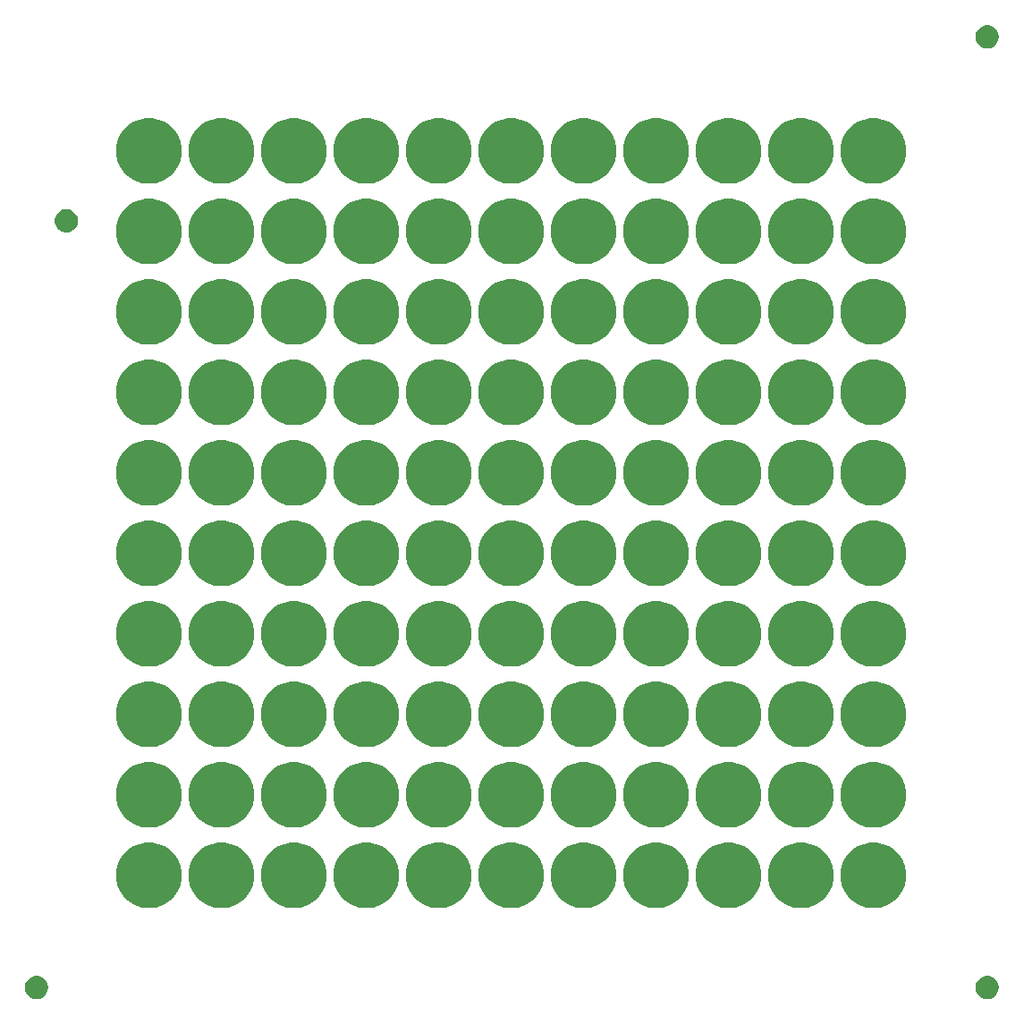
<source format=gbr>
G04 #@! TF.GenerationSoftware,KiCad,Pcbnew,(5.1.4)-1*
G04 #@! TF.CreationDate,2019-12-11T22:02:44-05:00*
G04 #@! TF.ProjectId,spacer,73706163-6572-42e6-9b69-6361645f7063,rev?*
G04 #@! TF.SameCoordinates,Original*
G04 #@! TF.FileFunction,Soldermask,Top*
G04 #@! TF.FilePolarity,Negative*
%FSLAX46Y46*%
G04 Gerber Fmt 4.6, Leading zero omitted, Abs format (unit mm)*
G04 Created by KiCad (PCBNEW (5.1.4)-1) date 2019-12-11 22:02:44*
%MOMM*%
%LPD*%
G04 APERTURE LIST*
%ADD10C,0.100000*%
G04 APERTURE END LIST*
D10*
G36*
X95214795Y-93920156D02*
G01*
X95321150Y-93941311D01*
X95521520Y-94024307D01*
X95701844Y-94144795D01*
X95855205Y-94298156D01*
X95975693Y-94478480D01*
X96058689Y-94678851D01*
X96101000Y-94891560D01*
X96101000Y-95108440D01*
X96058689Y-95321149D01*
X95975693Y-95521520D01*
X95855205Y-95701844D01*
X95701844Y-95855205D01*
X95521520Y-95975693D01*
X95321150Y-96058689D01*
X95214794Y-96079845D01*
X95108440Y-96101000D01*
X94891560Y-96101000D01*
X94785206Y-96079845D01*
X94678850Y-96058689D01*
X94578666Y-96017191D01*
X94478480Y-95975693D01*
X94298156Y-95855205D01*
X94144795Y-95701844D01*
X94024307Y-95521520D01*
X93941311Y-95321149D01*
X93899000Y-95108440D01*
X93899000Y-94891560D01*
X93941311Y-94678851D01*
X94024307Y-94478480D01*
X94144795Y-94298156D01*
X94298156Y-94144795D01*
X94478480Y-94024307D01*
X94578666Y-93982809D01*
X94678850Y-93941311D01*
X94785205Y-93920156D01*
X94891560Y-93899000D01*
X95108440Y-93899000D01*
X95214795Y-93920156D01*
X95214795Y-93920156D01*
G37*
G36*
X5214795Y-93920156D02*
G01*
X5321150Y-93941311D01*
X5521520Y-94024307D01*
X5701844Y-94144795D01*
X5855205Y-94298156D01*
X5975693Y-94478480D01*
X6058689Y-94678851D01*
X6101000Y-94891560D01*
X6101000Y-95108440D01*
X6058689Y-95321149D01*
X5975693Y-95521520D01*
X5855205Y-95701844D01*
X5701844Y-95855205D01*
X5521520Y-95975693D01*
X5421334Y-96017191D01*
X5321150Y-96058689D01*
X5214794Y-96079845D01*
X5108440Y-96101000D01*
X4891560Y-96101000D01*
X4785206Y-96079845D01*
X4678850Y-96058689D01*
X4578666Y-96017191D01*
X4478480Y-95975693D01*
X4298156Y-95855205D01*
X4144795Y-95701844D01*
X4024307Y-95521520D01*
X3941311Y-95321149D01*
X3899000Y-95108440D01*
X3899000Y-94891560D01*
X3941311Y-94678851D01*
X4024307Y-94478480D01*
X4144795Y-94298156D01*
X4298156Y-94144795D01*
X4478480Y-94024307D01*
X4678850Y-93941311D01*
X4785205Y-93920156D01*
X4891560Y-93899000D01*
X5108440Y-93899000D01*
X5214795Y-93920156D01*
X5214795Y-93920156D01*
G37*
G36*
X57390175Y-81348585D02*
G01*
X57689728Y-81408170D01*
X58254074Y-81641930D01*
X58761972Y-81981296D01*
X59193904Y-82413228D01*
X59533270Y-82921126D01*
X59767030Y-83485472D01*
X59886200Y-84084578D01*
X59886200Y-84695422D01*
X59767030Y-85294528D01*
X59533270Y-85858874D01*
X59193904Y-86366772D01*
X58761972Y-86798704D01*
X58254074Y-87138070D01*
X57689728Y-87371830D01*
X57390175Y-87431415D01*
X57090623Y-87491000D01*
X56479777Y-87491000D01*
X56180225Y-87431415D01*
X55880672Y-87371830D01*
X55316326Y-87138070D01*
X54808428Y-86798704D01*
X54376496Y-86366772D01*
X54037130Y-85858874D01*
X53803370Y-85294528D01*
X53684200Y-84695422D01*
X53684200Y-84084578D01*
X53803370Y-83485472D01*
X54037130Y-82921126D01*
X54376496Y-82413228D01*
X54808428Y-81981296D01*
X55316326Y-81641930D01*
X55880672Y-81408170D01*
X56180225Y-81348585D01*
X56479777Y-81289000D01*
X57090623Y-81289000D01*
X57390175Y-81348585D01*
X57390175Y-81348585D01*
G37*
G36*
X77964175Y-81348585D02*
G01*
X78263728Y-81408170D01*
X78828074Y-81641930D01*
X79335972Y-81981296D01*
X79767904Y-82413228D01*
X80107270Y-82921126D01*
X80341030Y-83485472D01*
X80460200Y-84084578D01*
X80460200Y-84695422D01*
X80341030Y-85294528D01*
X80107270Y-85858874D01*
X79767904Y-86366772D01*
X79335972Y-86798704D01*
X78828074Y-87138070D01*
X78263728Y-87371830D01*
X77964175Y-87431415D01*
X77664623Y-87491000D01*
X77053777Y-87491000D01*
X76754225Y-87431415D01*
X76454672Y-87371830D01*
X75890326Y-87138070D01*
X75382428Y-86798704D01*
X74950496Y-86366772D01*
X74611130Y-85858874D01*
X74377370Y-85294528D01*
X74258200Y-84695422D01*
X74258200Y-84084578D01*
X74377370Y-83485472D01*
X74611130Y-82921126D01*
X74950496Y-82413228D01*
X75382428Y-81981296D01*
X75890326Y-81641930D01*
X76454672Y-81408170D01*
X76754225Y-81348585D01*
X77053777Y-81289000D01*
X77664623Y-81289000D01*
X77964175Y-81348585D01*
X77964175Y-81348585D01*
G37*
G36*
X71106175Y-81348585D02*
G01*
X71405728Y-81408170D01*
X71970074Y-81641930D01*
X72477972Y-81981296D01*
X72909904Y-82413228D01*
X73249270Y-82921126D01*
X73483030Y-83485472D01*
X73602200Y-84084578D01*
X73602200Y-84695422D01*
X73483030Y-85294528D01*
X73249270Y-85858874D01*
X72909904Y-86366772D01*
X72477972Y-86798704D01*
X71970074Y-87138070D01*
X71405728Y-87371830D01*
X71106175Y-87431415D01*
X70806623Y-87491000D01*
X70195777Y-87491000D01*
X69896225Y-87431415D01*
X69596672Y-87371830D01*
X69032326Y-87138070D01*
X68524428Y-86798704D01*
X68092496Y-86366772D01*
X67753130Y-85858874D01*
X67519370Y-85294528D01*
X67400200Y-84695422D01*
X67400200Y-84084578D01*
X67519370Y-83485472D01*
X67753130Y-82921126D01*
X68092496Y-82413228D01*
X68524428Y-81981296D01*
X69032326Y-81641930D01*
X69596672Y-81408170D01*
X69896225Y-81348585D01*
X70195777Y-81289000D01*
X70806623Y-81289000D01*
X71106175Y-81348585D01*
X71106175Y-81348585D01*
G37*
G36*
X64248175Y-81348585D02*
G01*
X64547728Y-81408170D01*
X65112074Y-81641930D01*
X65619972Y-81981296D01*
X66051904Y-82413228D01*
X66391270Y-82921126D01*
X66625030Y-83485472D01*
X66744200Y-84084578D01*
X66744200Y-84695422D01*
X66625030Y-85294528D01*
X66391270Y-85858874D01*
X66051904Y-86366772D01*
X65619972Y-86798704D01*
X65112074Y-87138070D01*
X64547728Y-87371830D01*
X64248175Y-87431415D01*
X63948623Y-87491000D01*
X63337777Y-87491000D01*
X63038225Y-87431415D01*
X62738672Y-87371830D01*
X62174326Y-87138070D01*
X61666428Y-86798704D01*
X61234496Y-86366772D01*
X60895130Y-85858874D01*
X60661370Y-85294528D01*
X60542200Y-84695422D01*
X60542200Y-84084578D01*
X60661370Y-83485472D01*
X60895130Y-82921126D01*
X61234496Y-82413228D01*
X61666428Y-81981296D01*
X62174326Y-81641930D01*
X62738672Y-81408170D01*
X63038225Y-81348585D01*
X63337777Y-81289000D01*
X63948623Y-81289000D01*
X64248175Y-81348585D01*
X64248175Y-81348585D01*
G37*
G36*
X50532175Y-81348585D02*
G01*
X50831728Y-81408170D01*
X51396074Y-81641930D01*
X51903972Y-81981296D01*
X52335904Y-82413228D01*
X52675270Y-82921126D01*
X52909030Y-83485472D01*
X53028200Y-84084578D01*
X53028200Y-84695422D01*
X52909030Y-85294528D01*
X52675270Y-85858874D01*
X52335904Y-86366772D01*
X51903972Y-86798704D01*
X51396074Y-87138070D01*
X50831728Y-87371830D01*
X50532175Y-87431415D01*
X50232623Y-87491000D01*
X49621777Y-87491000D01*
X49322225Y-87431415D01*
X49022672Y-87371830D01*
X48458326Y-87138070D01*
X47950428Y-86798704D01*
X47518496Y-86366772D01*
X47179130Y-85858874D01*
X46945370Y-85294528D01*
X46826200Y-84695422D01*
X46826200Y-84084578D01*
X46945370Y-83485472D01*
X47179130Y-82921126D01*
X47518496Y-82413228D01*
X47950428Y-81981296D01*
X48458326Y-81641930D01*
X49022672Y-81408170D01*
X49322225Y-81348585D01*
X49621777Y-81289000D01*
X50232623Y-81289000D01*
X50532175Y-81348585D01*
X50532175Y-81348585D01*
G37*
G36*
X43674175Y-81348585D02*
G01*
X43973728Y-81408170D01*
X44538074Y-81641930D01*
X45045972Y-81981296D01*
X45477904Y-82413228D01*
X45817270Y-82921126D01*
X46051030Y-83485472D01*
X46170200Y-84084578D01*
X46170200Y-84695422D01*
X46051030Y-85294528D01*
X45817270Y-85858874D01*
X45477904Y-86366772D01*
X45045972Y-86798704D01*
X44538074Y-87138070D01*
X43973728Y-87371830D01*
X43674175Y-87431415D01*
X43374623Y-87491000D01*
X42763777Y-87491000D01*
X42464225Y-87431415D01*
X42164672Y-87371830D01*
X41600326Y-87138070D01*
X41092428Y-86798704D01*
X40660496Y-86366772D01*
X40321130Y-85858874D01*
X40087370Y-85294528D01*
X39968200Y-84695422D01*
X39968200Y-84084578D01*
X40087370Y-83485472D01*
X40321130Y-82921126D01*
X40660496Y-82413228D01*
X41092428Y-81981296D01*
X41600326Y-81641930D01*
X42164672Y-81408170D01*
X42464225Y-81348585D01*
X42763777Y-81289000D01*
X43374623Y-81289000D01*
X43674175Y-81348585D01*
X43674175Y-81348585D01*
G37*
G36*
X36816175Y-81348585D02*
G01*
X37115728Y-81408170D01*
X37680074Y-81641930D01*
X38187972Y-81981296D01*
X38619904Y-82413228D01*
X38959270Y-82921126D01*
X39193030Y-83485472D01*
X39312200Y-84084578D01*
X39312200Y-84695422D01*
X39193030Y-85294528D01*
X38959270Y-85858874D01*
X38619904Y-86366772D01*
X38187972Y-86798704D01*
X37680074Y-87138070D01*
X37115728Y-87371830D01*
X36816175Y-87431415D01*
X36516623Y-87491000D01*
X35905777Y-87491000D01*
X35606225Y-87431415D01*
X35306672Y-87371830D01*
X34742326Y-87138070D01*
X34234428Y-86798704D01*
X33802496Y-86366772D01*
X33463130Y-85858874D01*
X33229370Y-85294528D01*
X33110200Y-84695422D01*
X33110200Y-84084578D01*
X33229370Y-83485472D01*
X33463130Y-82921126D01*
X33802496Y-82413228D01*
X34234428Y-81981296D01*
X34742326Y-81641930D01*
X35306672Y-81408170D01*
X35606225Y-81348585D01*
X35905777Y-81289000D01*
X36516623Y-81289000D01*
X36816175Y-81348585D01*
X36816175Y-81348585D01*
G37*
G36*
X29958175Y-81348585D02*
G01*
X30257728Y-81408170D01*
X30822074Y-81641930D01*
X31329972Y-81981296D01*
X31761904Y-82413228D01*
X32101270Y-82921126D01*
X32335030Y-83485472D01*
X32454200Y-84084578D01*
X32454200Y-84695422D01*
X32335030Y-85294528D01*
X32101270Y-85858874D01*
X31761904Y-86366772D01*
X31329972Y-86798704D01*
X30822074Y-87138070D01*
X30257728Y-87371830D01*
X29958175Y-87431415D01*
X29658623Y-87491000D01*
X29047777Y-87491000D01*
X28748225Y-87431415D01*
X28448672Y-87371830D01*
X27884326Y-87138070D01*
X27376428Y-86798704D01*
X26944496Y-86366772D01*
X26605130Y-85858874D01*
X26371370Y-85294528D01*
X26252200Y-84695422D01*
X26252200Y-84084578D01*
X26371370Y-83485472D01*
X26605130Y-82921126D01*
X26944496Y-82413228D01*
X27376428Y-81981296D01*
X27884326Y-81641930D01*
X28448672Y-81408170D01*
X28748225Y-81348585D01*
X29047777Y-81289000D01*
X29658623Y-81289000D01*
X29958175Y-81348585D01*
X29958175Y-81348585D01*
G37*
G36*
X23100175Y-81348585D02*
G01*
X23399728Y-81408170D01*
X23964074Y-81641930D01*
X24471972Y-81981296D01*
X24903904Y-82413228D01*
X25243270Y-82921126D01*
X25477030Y-83485472D01*
X25596200Y-84084578D01*
X25596200Y-84695422D01*
X25477030Y-85294528D01*
X25243270Y-85858874D01*
X24903904Y-86366772D01*
X24471972Y-86798704D01*
X23964074Y-87138070D01*
X23399728Y-87371830D01*
X23100175Y-87431415D01*
X22800623Y-87491000D01*
X22189777Y-87491000D01*
X21890225Y-87431415D01*
X21590672Y-87371830D01*
X21026326Y-87138070D01*
X20518428Y-86798704D01*
X20086496Y-86366772D01*
X19747130Y-85858874D01*
X19513370Y-85294528D01*
X19394200Y-84695422D01*
X19394200Y-84084578D01*
X19513370Y-83485472D01*
X19747130Y-82921126D01*
X20086496Y-82413228D01*
X20518428Y-81981296D01*
X21026326Y-81641930D01*
X21590672Y-81408170D01*
X21890225Y-81348585D01*
X22189777Y-81289000D01*
X22800623Y-81289000D01*
X23100175Y-81348585D01*
X23100175Y-81348585D01*
G37*
G36*
X16242175Y-81348585D02*
G01*
X16541728Y-81408170D01*
X17106074Y-81641930D01*
X17613972Y-81981296D01*
X18045904Y-82413228D01*
X18385270Y-82921126D01*
X18619030Y-83485472D01*
X18738200Y-84084578D01*
X18738200Y-84695422D01*
X18619030Y-85294528D01*
X18385270Y-85858874D01*
X18045904Y-86366772D01*
X17613972Y-86798704D01*
X17106074Y-87138070D01*
X16541728Y-87371830D01*
X16242175Y-87431415D01*
X15942623Y-87491000D01*
X15331777Y-87491000D01*
X15032225Y-87431415D01*
X14732672Y-87371830D01*
X14168326Y-87138070D01*
X13660428Y-86798704D01*
X13228496Y-86366772D01*
X12889130Y-85858874D01*
X12655370Y-85294528D01*
X12536200Y-84695422D01*
X12536200Y-84084578D01*
X12655370Y-83485472D01*
X12889130Y-82921126D01*
X13228496Y-82413228D01*
X13660428Y-81981296D01*
X14168326Y-81641930D01*
X14732672Y-81408170D01*
X15032225Y-81348585D01*
X15331777Y-81289000D01*
X15942623Y-81289000D01*
X16242175Y-81348585D01*
X16242175Y-81348585D01*
G37*
G36*
X84822175Y-81348585D02*
G01*
X85121728Y-81408170D01*
X85686074Y-81641930D01*
X86193972Y-81981296D01*
X86625904Y-82413228D01*
X86965270Y-82921126D01*
X87199030Y-83485472D01*
X87318200Y-84084578D01*
X87318200Y-84695422D01*
X87199030Y-85294528D01*
X86965270Y-85858874D01*
X86625904Y-86366772D01*
X86193972Y-86798704D01*
X85686074Y-87138070D01*
X85121728Y-87371830D01*
X84822175Y-87431415D01*
X84522623Y-87491000D01*
X83911777Y-87491000D01*
X83612225Y-87431415D01*
X83312672Y-87371830D01*
X82748326Y-87138070D01*
X82240428Y-86798704D01*
X81808496Y-86366772D01*
X81469130Y-85858874D01*
X81235370Y-85294528D01*
X81116200Y-84695422D01*
X81116200Y-84084578D01*
X81235370Y-83485472D01*
X81469130Y-82921126D01*
X81808496Y-82413228D01*
X82240428Y-81981296D01*
X82748326Y-81641930D01*
X83312672Y-81408170D01*
X83612225Y-81348585D01*
X83911777Y-81289000D01*
X84522623Y-81289000D01*
X84822175Y-81348585D01*
X84822175Y-81348585D01*
G37*
G36*
X64248175Y-73728585D02*
G01*
X64547728Y-73788170D01*
X65112074Y-74021930D01*
X65619972Y-74361296D01*
X66051904Y-74793228D01*
X66391270Y-75301126D01*
X66625030Y-75865472D01*
X66744200Y-76464578D01*
X66744200Y-77075422D01*
X66625030Y-77674528D01*
X66391270Y-78238874D01*
X66051904Y-78746772D01*
X65619972Y-79178704D01*
X65112074Y-79518070D01*
X64547728Y-79751830D01*
X64248175Y-79811415D01*
X63948623Y-79871000D01*
X63337777Y-79871000D01*
X63038225Y-79811415D01*
X62738672Y-79751830D01*
X62174326Y-79518070D01*
X61666428Y-79178704D01*
X61234496Y-78746772D01*
X60895130Y-78238874D01*
X60661370Y-77674528D01*
X60542200Y-77075422D01*
X60542200Y-76464578D01*
X60661370Y-75865472D01*
X60895130Y-75301126D01*
X61234496Y-74793228D01*
X61666428Y-74361296D01*
X62174326Y-74021930D01*
X62738672Y-73788170D01*
X63038225Y-73728585D01*
X63337777Y-73669000D01*
X63948623Y-73669000D01*
X64248175Y-73728585D01*
X64248175Y-73728585D01*
G37*
G36*
X16242175Y-73728585D02*
G01*
X16541728Y-73788170D01*
X17106074Y-74021930D01*
X17613972Y-74361296D01*
X18045904Y-74793228D01*
X18385270Y-75301126D01*
X18619030Y-75865472D01*
X18738200Y-76464578D01*
X18738200Y-77075422D01*
X18619030Y-77674528D01*
X18385270Y-78238874D01*
X18045904Y-78746772D01*
X17613972Y-79178704D01*
X17106074Y-79518070D01*
X16541728Y-79751830D01*
X16242175Y-79811415D01*
X15942623Y-79871000D01*
X15331777Y-79871000D01*
X15032225Y-79811415D01*
X14732672Y-79751830D01*
X14168326Y-79518070D01*
X13660428Y-79178704D01*
X13228496Y-78746772D01*
X12889130Y-78238874D01*
X12655370Y-77674528D01*
X12536200Y-77075422D01*
X12536200Y-76464578D01*
X12655370Y-75865472D01*
X12889130Y-75301126D01*
X13228496Y-74793228D01*
X13660428Y-74361296D01*
X14168326Y-74021930D01*
X14732672Y-73788170D01*
X15032225Y-73728585D01*
X15331777Y-73669000D01*
X15942623Y-73669000D01*
X16242175Y-73728585D01*
X16242175Y-73728585D01*
G37*
G36*
X23100175Y-73728585D02*
G01*
X23399728Y-73788170D01*
X23964074Y-74021930D01*
X24471972Y-74361296D01*
X24903904Y-74793228D01*
X25243270Y-75301126D01*
X25477030Y-75865472D01*
X25596200Y-76464578D01*
X25596200Y-77075422D01*
X25477030Y-77674528D01*
X25243270Y-78238874D01*
X24903904Y-78746772D01*
X24471972Y-79178704D01*
X23964074Y-79518070D01*
X23399728Y-79751830D01*
X23100175Y-79811415D01*
X22800623Y-79871000D01*
X22189777Y-79871000D01*
X21890225Y-79811415D01*
X21590672Y-79751830D01*
X21026326Y-79518070D01*
X20518428Y-79178704D01*
X20086496Y-78746772D01*
X19747130Y-78238874D01*
X19513370Y-77674528D01*
X19394200Y-77075422D01*
X19394200Y-76464578D01*
X19513370Y-75865472D01*
X19747130Y-75301126D01*
X20086496Y-74793228D01*
X20518428Y-74361296D01*
X21026326Y-74021930D01*
X21590672Y-73788170D01*
X21890225Y-73728585D01*
X22189777Y-73669000D01*
X22800623Y-73669000D01*
X23100175Y-73728585D01*
X23100175Y-73728585D01*
G37*
G36*
X29958175Y-73728585D02*
G01*
X30257728Y-73788170D01*
X30822074Y-74021930D01*
X31329972Y-74361296D01*
X31761904Y-74793228D01*
X32101270Y-75301126D01*
X32335030Y-75865472D01*
X32454200Y-76464578D01*
X32454200Y-77075422D01*
X32335030Y-77674528D01*
X32101270Y-78238874D01*
X31761904Y-78746772D01*
X31329972Y-79178704D01*
X30822074Y-79518070D01*
X30257728Y-79751830D01*
X29958175Y-79811415D01*
X29658623Y-79871000D01*
X29047777Y-79871000D01*
X28748225Y-79811415D01*
X28448672Y-79751830D01*
X27884326Y-79518070D01*
X27376428Y-79178704D01*
X26944496Y-78746772D01*
X26605130Y-78238874D01*
X26371370Y-77674528D01*
X26252200Y-77075422D01*
X26252200Y-76464578D01*
X26371370Y-75865472D01*
X26605130Y-75301126D01*
X26944496Y-74793228D01*
X27376428Y-74361296D01*
X27884326Y-74021930D01*
X28448672Y-73788170D01*
X28748225Y-73728585D01*
X29047777Y-73669000D01*
X29658623Y-73669000D01*
X29958175Y-73728585D01*
X29958175Y-73728585D01*
G37*
G36*
X36816175Y-73728585D02*
G01*
X37115728Y-73788170D01*
X37680074Y-74021930D01*
X38187972Y-74361296D01*
X38619904Y-74793228D01*
X38959270Y-75301126D01*
X39193030Y-75865472D01*
X39312200Y-76464578D01*
X39312200Y-77075422D01*
X39193030Y-77674528D01*
X38959270Y-78238874D01*
X38619904Y-78746772D01*
X38187972Y-79178704D01*
X37680074Y-79518070D01*
X37115728Y-79751830D01*
X36816175Y-79811415D01*
X36516623Y-79871000D01*
X35905777Y-79871000D01*
X35606225Y-79811415D01*
X35306672Y-79751830D01*
X34742326Y-79518070D01*
X34234428Y-79178704D01*
X33802496Y-78746772D01*
X33463130Y-78238874D01*
X33229370Y-77674528D01*
X33110200Y-77075422D01*
X33110200Y-76464578D01*
X33229370Y-75865472D01*
X33463130Y-75301126D01*
X33802496Y-74793228D01*
X34234428Y-74361296D01*
X34742326Y-74021930D01*
X35306672Y-73788170D01*
X35606225Y-73728585D01*
X35905777Y-73669000D01*
X36516623Y-73669000D01*
X36816175Y-73728585D01*
X36816175Y-73728585D01*
G37*
G36*
X43674175Y-73728585D02*
G01*
X43973728Y-73788170D01*
X44538074Y-74021930D01*
X45045972Y-74361296D01*
X45477904Y-74793228D01*
X45817270Y-75301126D01*
X46051030Y-75865472D01*
X46170200Y-76464578D01*
X46170200Y-77075422D01*
X46051030Y-77674528D01*
X45817270Y-78238874D01*
X45477904Y-78746772D01*
X45045972Y-79178704D01*
X44538074Y-79518070D01*
X43973728Y-79751830D01*
X43674175Y-79811415D01*
X43374623Y-79871000D01*
X42763777Y-79871000D01*
X42464225Y-79811415D01*
X42164672Y-79751830D01*
X41600326Y-79518070D01*
X41092428Y-79178704D01*
X40660496Y-78746772D01*
X40321130Y-78238874D01*
X40087370Y-77674528D01*
X39968200Y-77075422D01*
X39968200Y-76464578D01*
X40087370Y-75865472D01*
X40321130Y-75301126D01*
X40660496Y-74793228D01*
X41092428Y-74361296D01*
X41600326Y-74021930D01*
X42164672Y-73788170D01*
X42464225Y-73728585D01*
X42763777Y-73669000D01*
X43374623Y-73669000D01*
X43674175Y-73728585D01*
X43674175Y-73728585D01*
G37*
G36*
X50532175Y-73728585D02*
G01*
X50831728Y-73788170D01*
X51396074Y-74021930D01*
X51903972Y-74361296D01*
X52335904Y-74793228D01*
X52675270Y-75301126D01*
X52909030Y-75865472D01*
X53028200Y-76464578D01*
X53028200Y-77075422D01*
X52909030Y-77674528D01*
X52675270Y-78238874D01*
X52335904Y-78746772D01*
X51903972Y-79178704D01*
X51396074Y-79518070D01*
X50831728Y-79751830D01*
X50532175Y-79811415D01*
X50232623Y-79871000D01*
X49621777Y-79871000D01*
X49322225Y-79811415D01*
X49022672Y-79751830D01*
X48458326Y-79518070D01*
X47950428Y-79178704D01*
X47518496Y-78746772D01*
X47179130Y-78238874D01*
X46945370Y-77674528D01*
X46826200Y-77075422D01*
X46826200Y-76464578D01*
X46945370Y-75865472D01*
X47179130Y-75301126D01*
X47518496Y-74793228D01*
X47950428Y-74361296D01*
X48458326Y-74021930D01*
X49022672Y-73788170D01*
X49322225Y-73728585D01*
X49621777Y-73669000D01*
X50232623Y-73669000D01*
X50532175Y-73728585D01*
X50532175Y-73728585D01*
G37*
G36*
X57390175Y-73728585D02*
G01*
X57689728Y-73788170D01*
X58254074Y-74021930D01*
X58761972Y-74361296D01*
X59193904Y-74793228D01*
X59533270Y-75301126D01*
X59767030Y-75865472D01*
X59886200Y-76464578D01*
X59886200Y-77075422D01*
X59767030Y-77674528D01*
X59533270Y-78238874D01*
X59193904Y-78746772D01*
X58761972Y-79178704D01*
X58254074Y-79518070D01*
X57689728Y-79751830D01*
X57390175Y-79811415D01*
X57090623Y-79871000D01*
X56479777Y-79871000D01*
X56180225Y-79811415D01*
X55880672Y-79751830D01*
X55316326Y-79518070D01*
X54808428Y-79178704D01*
X54376496Y-78746772D01*
X54037130Y-78238874D01*
X53803370Y-77674528D01*
X53684200Y-77075422D01*
X53684200Y-76464578D01*
X53803370Y-75865472D01*
X54037130Y-75301126D01*
X54376496Y-74793228D01*
X54808428Y-74361296D01*
X55316326Y-74021930D01*
X55880672Y-73788170D01*
X56180225Y-73728585D01*
X56479777Y-73669000D01*
X57090623Y-73669000D01*
X57390175Y-73728585D01*
X57390175Y-73728585D01*
G37*
G36*
X71106175Y-73728585D02*
G01*
X71405728Y-73788170D01*
X71970074Y-74021930D01*
X72477972Y-74361296D01*
X72909904Y-74793228D01*
X73249270Y-75301126D01*
X73483030Y-75865472D01*
X73602200Y-76464578D01*
X73602200Y-77075422D01*
X73483030Y-77674528D01*
X73249270Y-78238874D01*
X72909904Y-78746772D01*
X72477972Y-79178704D01*
X71970074Y-79518070D01*
X71405728Y-79751830D01*
X71106175Y-79811415D01*
X70806623Y-79871000D01*
X70195777Y-79871000D01*
X69896225Y-79811415D01*
X69596672Y-79751830D01*
X69032326Y-79518070D01*
X68524428Y-79178704D01*
X68092496Y-78746772D01*
X67753130Y-78238874D01*
X67519370Y-77674528D01*
X67400200Y-77075422D01*
X67400200Y-76464578D01*
X67519370Y-75865472D01*
X67753130Y-75301126D01*
X68092496Y-74793228D01*
X68524428Y-74361296D01*
X69032326Y-74021930D01*
X69596672Y-73788170D01*
X69896225Y-73728585D01*
X70195777Y-73669000D01*
X70806623Y-73669000D01*
X71106175Y-73728585D01*
X71106175Y-73728585D01*
G37*
G36*
X84822175Y-73728585D02*
G01*
X85121728Y-73788170D01*
X85686074Y-74021930D01*
X86193972Y-74361296D01*
X86625904Y-74793228D01*
X86965270Y-75301126D01*
X87199030Y-75865472D01*
X87318200Y-76464578D01*
X87318200Y-77075422D01*
X87199030Y-77674528D01*
X86965270Y-78238874D01*
X86625904Y-78746772D01*
X86193972Y-79178704D01*
X85686074Y-79518070D01*
X85121728Y-79751830D01*
X84822175Y-79811415D01*
X84522623Y-79871000D01*
X83911777Y-79871000D01*
X83612225Y-79811415D01*
X83312672Y-79751830D01*
X82748326Y-79518070D01*
X82240428Y-79178704D01*
X81808496Y-78746772D01*
X81469130Y-78238874D01*
X81235370Y-77674528D01*
X81116200Y-77075422D01*
X81116200Y-76464578D01*
X81235370Y-75865472D01*
X81469130Y-75301126D01*
X81808496Y-74793228D01*
X82240428Y-74361296D01*
X82748326Y-74021930D01*
X83312672Y-73788170D01*
X83612225Y-73728585D01*
X83911777Y-73669000D01*
X84522623Y-73669000D01*
X84822175Y-73728585D01*
X84822175Y-73728585D01*
G37*
G36*
X77964175Y-73728585D02*
G01*
X78263728Y-73788170D01*
X78828074Y-74021930D01*
X79335972Y-74361296D01*
X79767904Y-74793228D01*
X80107270Y-75301126D01*
X80341030Y-75865472D01*
X80460200Y-76464578D01*
X80460200Y-77075422D01*
X80341030Y-77674528D01*
X80107270Y-78238874D01*
X79767904Y-78746772D01*
X79335972Y-79178704D01*
X78828074Y-79518070D01*
X78263728Y-79751830D01*
X77964175Y-79811415D01*
X77664623Y-79871000D01*
X77053777Y-79871000D01*
X76754225Y-79811415D01*
X76454672Y-79751830D01*
X75890326Y-79518070D01*
X75382428Y-79178704D01*
X74950496Y-78746772D01*
X74611130Y-78238874D01*
X74377370Y-77674528D01*
X74258200Y-77075422D01*
X74258200Y-76464578D01*
X74377370Y-75865472D01*
X74611130Y-75301126D01*
X74950496Y-74793228D01*
X75382428Y-74361296D01*
X75890326Y-74021930D01*
X76454672Y-73788170D01*
X76754225Y-73728585D01*
X77053777Y-73669000D01*
X77664623Y-73669000D01*
X77964175Y-73728585D01*
X77964175Y-73728585D01*
G37*
G36*
X36816175Y-66108585D02*
G01*
X37115728Y-66168170D01*
X37680074Y-66401930D01*
X38187972Y-66741296D01*
X38619904Y-67173228D01*
X38959270Y-67681126D01*
X39193030Y-68245472D01*
X39312200Y-68844578D01*
X39312200Y-69455422D01*
X39193030Y-70054528D01*
X38959270Y-70618874D01*
X38619904Y-71126772D01*
X38187972Y-71558704D01*
X37680074Y-71898070D01*
X37115728Y-72131830D01*
X36816175Y-72191415D01*
X36516623Y-72251000D01*
X35905777Y-72251000D01*
X35606225Y-72191415D01*
X35306672Y-72131830D01*
X34742326Y-71898070D01*
X34234428Y-71558704D01*
X33802496Y-71126772D01*
X33463130Y-70618874D01*
X33229370Y-70054528D01*
X33110200Y-69455422D01*
X33110200Y-68844578D01*
X33229370Y-68245472D01*
X33463130Y-67681126D01*
X33802496Y-67173228D01*
X34234428Y-66741296D01*
X34742326Y-66401930D01*
X35306672Y-66168170D01*
X35606225Y-66108585D01*
X35905777Y-66049000D01*
X36516623Y-66049000D01*
X36816175Y-66108585D01*
X36816175Y-66108585D01*
G37*
G36*
X16242175Y-66108585D02*
G01*
X16541728Y-66168170D01*
X17106074Y-66401930D01*
X17613972Y-66741296D01*
X18045904Y-67173228D01*
X18385270Y-67681126D01*
X18619030Y-68245472D01*
X18738200Y-68844578D01*
X18738200Y-69455422D01*
X18619030Y-70054528D01*
X18385270Y-70618874D01*
X18045904Y-71126772D01*
X17613972Y-71558704D01*
X17106074Y-71898070D01*
X16541728Y-72131830D01*
X16242175Y-72191415D01*
X15942623Y-72251000D01*
X15331777Y-72251000D01*
X15032225Y-72191415D01*
X14732672Y-72131830D01*
X14168326Y-71898070D01*
X13660428Y-71558704D01*
X13228496Y-71126772D01*
X12889130Y-70618874D01*
X12655370Y-70054528D01*
X12536200Y-69455422D01*
X12536200Y-68844578D01*
X12655370Y-68245472D01*
X12889130Y-67681126D01*
X13228496Y-67173228D01*
X13660428Y-66741296D01*
X14168326Y-66401930D01*
X14732672Y-66168170D01*
X15032225Y-66108585D01*
X15331777Y-66049000D01*
X15942623Y-66049000D01*
X16242175Y-66108585D01*
X16242175Y-66108585D01*
G37*
G36*
X23100175Y-66108585D02*
G01*
X23399728Y-66168170D01*
X23964074Y-66401930D01*
X24471972Y-66741296D01*
X24903904Y-67173228D01*
X25243270Y-67681126D01*
X25477030Y-68245472D01*
X25596200Y-68844578D01*
X25596200Y-69455422D01*
X25477030Y-70054528D01*
X25243270Y-70618874D01*
X24903904Y-71126772D01*
X24471972Y-71558704D01*
X23964074Y-71898070D01*
X23399728Y-72131830D01*
X23100175Y-72191415D01*
X22800623Y-72251000D01*
X22189777Y-72251000D01*
X21890225Y-72191415D01*
X21590672Y-72131830D01*
X21026326Y-71898070D01*
X20518428Y-71558704D01*
X20086496Y-71126772D01*
X19747130Y-70618874D01*
X19513370Y-70054528D01*
X19394200Y-69455422D01*
X19394200Y-68844578D01*
X19513370Y-68245472D01*
X19747130Y-67681126D01*
X20086496Y-67173228D01*
X20518428Y-66741296D01*
X21026326Y-66401930D01*
X21590672Y-66168170D01*
X21890225Y-66108585D01*
X22189777Y-66049000D01*
X22800623Y-66049000D01*
X23100175Y-66108585D01*
X23100175Y-66108585D01*
G37*
G36*
X29958175Y-66108585D02*
G01*
X30257728Y-66168170D01*
X30822074Y-66401930D01*
X31329972Y-66741296D01*
X31761904Y-67173228D01*
X32101270Y-67681126D01*
X32335030Y-68245472D01*
X32454200Y-68844578D01*
X32454200Y-69455422D01*
X32335030Y-70054528D01*
X32101270Y-70618874D01*
X31761904Y-71126772D01*
X31329972Y-71558704D01*
X30822074Y-71898070D01*
X30257728Y-72131830D01*
X29958175Y-72191415D01*
X29658623Y-72251000D01*
X29047777Y-72251000D01*
X28748225Y-72191415D01*
X28448672Y-72131830D01*
X27884326Y-71898070D01*
X27376428Y-71558704D01*
X26944496Y-71126772D01*
X26605130Y-70618874D01*
X26371370Y-70054528D01*
X26252200Y-69455422D01*
X26252200Y-68844578D01*
X26371370Y-68245472D01*
X26605130Y-67681126D01*
X26944496Y-67173228D01*
X27376428Y-66741296D01*
X27884326Y-66401930D01*
X28448672Y-66168170D01*
X28748225Y-66108585D01*
X29047777Y-66049000D01*
X29658623Y-66049000D01*
X29958175Y-66108585D01*
X29958175Y-66108585D01*
G37*
G36*
X43674175Y-66108585D02*
G01*
X43973728Y-66168170D01*
X44538074Y-66401930D01*
X45045972Y-66741296D01*
X45477904Y-67173228D01*
X45817270Y-67681126D01*
X46051030Y-68245472D01*
X46170200Y-68844578D01*
X46170200Y-69455422D01*
X46051030Y-70054528D01*
X45817270Y-70618874D01*
X45477904Y-71126772D01*
X45045972Y-71558704D01*
X44538074Y-71898070D01*
X43973728Y-72131830D01*
X43674175Y-72191415D01*
X43374623Y-72251000D01*
X42763777Y-72251000D01*
X42464225Y-72191415D01*
X42164672Y-72131830D01*
X41600326Y-71898070D01*
X41092428Y-71558704D01*
X40660496Y-71126772D01*
X40321130Y-70618874D01*
X40087370Y-70054528D01*
X39968200Y-69455422D01*
X39968200Y-68844578D01*
X40087370Y-68245472D01*
X40321130Y-67681126D01*
X40660496Y-67173228D01*
X41092428Y-66741296D01*
X41600326Y-66401930D01*
X42164672Y-66168170D01*
X42464225Y-66108585D01*
X42763777Y-66049000D01*
X43374623Y-66049000D01*
X43674175Y-66108585D01*
X43674175Y-66108585D01*
G37*
G36*
X57390175Y-66108585D02*
G01*
X57689728Y-66168170D01*
X58254074Y-66401930D01*
X58761972Y-66741296D01*
X59193904Y-67173228D01*
X59533270Y-67681126D01*
X59767030Y-68245472D01*
X59886200Y-68844578D01*
X59886200Y-69455422D01*
X59767030Y-70054528D01*
X59533270Y-70618874D01*
X59193904Y-71126772D01*
X58761972Y-71558704D01*
X58254074Y-71898070D01*
X57689728Y-72131830D01*
X57390175Y-72191415D01*
X57090623Y-72251000D01*
X56479777Y-72251000D01*
X56180225Y-72191415D01*
X55880672Y-72131830D01*
X55316326Y-71898070D01*
X54808428Y-71558704D01*
X54376496Y-71126772D01*
X54037130Y-70618874D01*
X53803370Y-70054528D01*
X53684200Y-69455422D01*
X53684200Y-68844578D01*
X53803370Y-68245472D01*
X54037130Y-67681126D01*
X54376496Y-67173228D01*
X54808428Y-66741296D01*
X55316326Y-66401930D01*
X55880672Y-66168170D01*
X56180225Y-66108585D01*
X56479777Y-66049000D01*
X57090623Y-66049000D01*
X57390175Y-66108585D01*
X57390175Y-66108585D01*
G37*
G36*
X71106175Y-66108585D02*
G01*
X71405728Y-66168170D01*
X71970074Y-66401930D01*
X72477972Y-66741296D01*
X72909904Y-67173228D01*
X73249270Y-67681126D01*
X73483030Y-68245472D01*
X73602200Y-68844578D01*
X73602200Y-69455422D01*
X73483030Y-70054528D01*
X73249270Y-70618874D01*
X72909904Y-71126772D01*
X72477972Y-71558704D01*
X71970074Y-71898070D01*
X71405728Y-72131830D01*
X71106175Y-72191415D01*
X70806623Y-72251000D01*
X70195777Y-72251000D01*
X69896225Y-72191415D01*
X69596672Y-72131830D01*
X69032326Y-71898070D01*
X68524428Y-71558704D01*
X68092496Y-71126772D01*
X67753130Y-70618874D01*
X67519370Y-70054528D01*
X67400200Y-69455422D01*
X67400200Y-68844578D01*
X67519370Y-68245472D01*
X67753130Y-67681126D01*
X68092496Y-67173228D01*
X68524428Y-66741296D01*
X69032326Y-66401930D01*
X69596672Y-66168170D01*
X69896225Y-66108585D01*
X70195777Y-66049000D01*
X70806623Y-66049000D01*
X71106175Y-66108585D01*
X71106175Y-66108585D01*
G37*
G36*
X64248175Y-66108585D02*
G01*
X64547728Y-66168170D01*
X65112074Y-66401930D01*
X65619972Y-66741296D01*
X66051904Y-67173228D01*
X66391270Y-67681126D01*
X66625030Y-68245472D01*
X66744200Y-68844578D01*
X66744200Y-69455422D01*
X66625030Y-70054528D01*
X66391270Y-70618874D01*
X66051904Y-71126772D01*
X65619972Y-71558704D01*
X65112074Y-71898070D01*
X64547728Y-72131830D01*
X64248175Y-72191415D01*
X63948623Y-72251000D01*
X63337777Y-72251000D01*
X63038225Y-72191415D01*
X62738672Y-72131830D01*
X62174326Y-71898070D01*
X61666428Y-71558704D01*
X61234496Y-71126772D01*
X60895130Y-70618874D01*
X60661370Y-70054528D01*
X60542200Y-69455422D01*
X60542200Y-68844578D01*
X60661370Y-68245472D01*
X60895130Y-67681126D01*
X61234496Y-67173228D01*
X61666428Y-66741296D01*
X62174326Y-66401930D01*
X62738672Y-66168170D01*
X63038225Y-66108585D01*
X63337777Y-66049000D01*
X63948623Y-66049000D01*
X64248175Y-66108585D01*
X64248175Y-66108585D01*
G37*
G36*
X84822175Y-66108585D02*
G01*
X85121728Y-66168170D01*
X85686074Y-66401930D01*
X86193972Y-66741296D01*
X86625904Y-67173228D01*
X86965270Y-67681126D01*
X87199030Y-68245472D01*
X87318200Y-68844578D01*
X87318200Y-69455422D01*
X87199030Y-70054528D01*
X86965270Y-70618874D01*
X86625904Y-71126772D01*
X86193972Y-71558704D01*
X85686074Y-71898070D01*
X85121728Y-72131830D01*
X84822175Y-72191415D01*
X84522623Y-72251000D01*
X83911777Y-72251000D01*
X83612225Y-72191415D01*
X83312672Y-72131830D01*
X82748326Y-71898070D01*
X82240428Y-71558704D01*
X81808496Y-71126772D01*
X81469130Y-70618874D01*
X81235370Y-70054528D01*
X81116200Y-69455422D01*
X81116200Y-68844578D01*
X81235370Y-68245472D01*
X81469130Y-67681126D01*
X81808496Y-67173228D01*
X82240428Y-66741296D01*
X82748326Y-66401930D01*
X83312672Y-66168170D01*
X83612225Y-66108585D01*
X83911777Y-66049000D01*
X84522623Y-66049000D01*
X84822175Y-66108585D01*
X84822175Y-66108585D01*
G37*
G36*
X77964175Y-66108585D02*
G01*
X78263728Y-66168170D01*
X78828074Y-66401930D01*
X79335972Y-66741296D01*
X79767904Y-67173228D01*
X80107270Y-67681126D01*
X80341030Y-68245472D01*
X80460200Y-68844578D01*
X80460200Y-69455422D01*
X80341030Y-70054528D01*
X80107270Y-70618874D01*
X79767904Y-71126772D01*
X79335972Y-71558704D01*
X78828074Y-71898070D01*
X78263728Y-72131830D01*
X77964175Y-72191415D01*
X77664623Y-72251000D01*
X77053777Y-72251000D01*
X76754225Y-72191415D01*
X76454672Y-72131830D01*
X75890326Y-71898070D01*
X75382428Y-71558704D01*
X74950496Y-71126772D01*
X74611130Y-70618874D01*
X74377370Y-70054528D01*
X74258200Y-69455422D01*
X74258200Y-68844578D01*
X74377370Y-68245472D01*
X74611130Y-67681126D01*
X74950496Y-67173228D01*
X75382428Y-66741296D01*
X75890326Y-66401930D01*
X76454672Y-66168170D01*
X76754225Y-66108585D01*
X77053777Y-66049000D01*
X77664623Y-66049000D01*
X77964175Y-66108585D01*
X77964175Y-66108585D01*
G37*
G36*
X50532175Y-66108585D02*
G01*
X50831728Y-66168170D01*
X51396074Y-66401930D01*
X51903972Y-66741296D01*
X52335904Y-67173228D01*
X52675270Y-67681126D01*
X52909030Y-68245472D01*
X53028200Y-68844578D01*
X53028200Y-69455422D01*
X52909030Y-70054528D01*
X52675270Y-70618874D01*
X52335904Y-71126772D01*
X51903972Y-71558704D01*
X51396074Y-71898070D01*
X50831728Y-72131830D01*
X50532175Y-72191415D01*
X50232623Y-72251000D01*
X49621777Y-72251000D01*
X49322225Y-72191415D01*
X49022672Y-72131830D01*
X48458326Y-71898070D01*
X47950428Y-71558704D01*
X47518496Y-71126772D01*
X47179130Y-70618874D01*
X46945370Y-70054528D01*
X46826200Y-69455422D01*
X46826200Y-68844578D01*
X46945370Y-68245472D01*
X47179130Y-67681126D01*
X47518496Y-67173228D01*
X47950428Y-66741296D01*
X48458326Y-66401930D01*
X49022672Y-66168170D01*
X49322225Y-66108585D01*
X49621777Y-66049000D01*
X50232623Y-66049000D01*
X50532175Y-66108585D01*
X50532175Y-66108585D01*
G37*
G36*
X77964175Y-58488585D02*
G01*
X78263728Y-58548170D01*
X78828074Y-58781930D01*
X79335972Y-59121296D01*
X79767904Y-59553228D01*
X80107270Y-60061126D01*
X80341030Y-60625472D01*
X80460200Y-61224578D01*
X80460200Y-61835422D01*
X80341030Y-62434528D01*
X80107270Y-62998874D01*
X79767904Y-63506772D01*
X79335972Y-63938704D01*
X78828074Y-64278070D01*
X78263728Y-64511830D01*
X77964175Y-64571415D01*
X77664623Y-64631000D01*
X77053777Y-64631000D01*
X76754225Y-64571415D01*
X76454672Y-64511830D01*
X75890326Y-64278070D01*
X75382428Y-63938704D01*
X74950496Y-63506772D01*
X74611130Y-62998874D01*
X74377370Y-62434528D01*
X74258200Y-61835422D01*
X74258200Y-61224578D01*
X74377370Y-60625472D01*
X74611130Y-60061126D01*
X74950496Y-59553228D01*
X75382428Y-59121296D01*
X75890326Y-58781930D01*
X76454672Y-58548170D01*
X76754225Y-58488585D01*
X77053777Y-58429000D01*
X77664623Y-58429000D01*
X77964175Y-58488585D01*
X77964175Y-58488585D01*
G37*
G36*
X50532175Y-58488585D02*
G01*
X50831728Y-58548170D01*
X51396074Y-58781930D01*
X51903972Y-59121296D01*
X52335904Y-59553228D01*
X52675270Y-60061126D01*
X52909030Y-60625472D01*
X53028200Y-61224578D01*
X53028200Y-61835422D01*
X52909030Y-62434528D01*
X52675270Y-62998874D01*
X52335904Y-63506772D01*
X51903972Y-63938704D01*
X51396074Y-64278070D01*
X50831728Y-64511830D01*
X50532175Y-64571415D01*
X50232623Y-64631000D01*
X49621777Y-64631000D01*
X49322225Y-64571415D01*
X49022672Y-64511830D01*
X48458326Y-64278070D01*
X47950428Y-63938704D01*
X47518496Y-63506772D01*
X47179130Y-62998874D01*
X46945370Y-62434528D01*
X46826200Y-61835422D01*
X46826200Y-61224578D01*
X46945370Y-60625472D01*
X47179130Y-60061126D01*
X47518496Y-59553228D01*
X47950428Y-59121296D01*
X48458326Y-58781930D01*
X49022672Y-58548170D01*
X49322225Y-58488585D01*
X49621777Y-58429000D01*
X50232623Y-58429000D01*
X50532175Y-58488585D01*
X50532175Y-58488585D01*
G37*
G36*
X43674175Y-58488585D02*
G01*
X43973728Y-58548170D01*
X44538074Y-58781930D01*
X45045972Y-59121296D01*
X45477904Y-59553228D01*
X45817270Y-60061126D01*
X46051030Y-60625472D01*
X46170200Y-61224578D01*
X46170200Y-61835422D01*
X46051030Y-62434528D01*
X45817270Y-62998874D01*
X45477904Y-63506772D01*
X45045972Y-63938704D01*
X44538074Y-64278070D01*
X43973728Y-64511830D01*
X43674175Y-64571415D01*
X43374623Y-64631000D01*
X42763777Y-64631000D01*
X42464225Y-64571415D01*
X42164672Y-64511830D01*
X41600326Y-64278070D01*
X41092428Y-63938704D01*
X40660496Y-63506772D01*
X40321130Y-62998874D01*
X40087370Y-62434528D01*
X39968200Y-61835422D01*
X39968200Y-61224578D01*
X40087370Y-60625472D01*
X40321130Y-60061126D01*
X40660496Y-59553228D01*
X41092428Y-59121296D01*
X41600326Y-58781930D01*
X42164672Y-58548170D01*
X42464225Y-58488585D01*
X42763777Y-58429000D01*
X43374623Y-58429000D01*
X43674175Y-58488585D01*
X43674175Y-58488585D01*
G37*
G36*
X36816175Y-58488585D02*
G01*
X37115728Y-58548170D01*
X37680074Y-58781930D01*
X38187972Y-59121296D01*
X38619904Y-59553228D01*
X38959270Y-60061126D01*
X39193030Y-60625472D01*
X39312200Y-61224578D01*
X39312200Y-61835422D01*
X39193030Y-62434528D01*
X38959270Y-62998874D01*
X38619904Y-63506772D01*
X38187972Y-63938704D01*
X37680074Y-64278070D01*
X37115728Y-64511830D01*
X36816175Y-64571415D01*
X36516623Y-64631000D01*
X35905777Y-64631000D01*
X35606225Y-64571415D01*
X35306672Y-64511830D01*
X34742326Y-64278070D01*
X34234428Y-63938704D01*
X33802496Y-63506772D01*
X33463130Y-62998874D01*
X33229370Y-62434528D01*
X33110200Y-61835422D01*
X33110200Y-61224578D01*
X33229370Y-60625472D01*
X33463130Y-60061126D01*
X33802496Y-59553228D01*
X34234428Y-59121296D01*
X34742326Y-58781930D01*
X35306672Y-58548170D01*
X35606225Y-58488585D01*
X35905777Y-58429000D01*
X36516623Y-58429000D01*
X36816175Y-58488585D01*
X36816175Y-58488585D01*
G37*
G36*
X57390175Y-58488585D02*
G01*
X57689728Y-58548170D01*
X58254074Y-58781930D01*
X58761972Y-59121296D01*
X59193904Y-59553228D01*
X59533270Y-60061126D01*
X59767030Y-60625472D01*
X59886200Y-61224578D01*
X59886200Y-61835422D01*
X59767030Y-62434528D01*
X59533270Y-62998874D01*
X59193904Y-63506772D01*
X58761972Y-63938704D01*
X58254074Y-64278070D01*
X57689728Y-64511830D01*
X57390175Y-64571415D01*
X57090623Y-64631000D01*
X56479777Y-64631000D01*
X56180225Y-64571415D01*
X55880672Y-64511830D01*
X55316326Y-64278070D01*
X54808428Y-63938704D01*
X54376496Y-63506772D01*
X54037130Y-62998874D01*
X53803370Y-62434528D01*
X53684200Y-61835422D01*
X53684200Y-61224578D01*
X53803370Y-60625472D01*
X54037130Y-60061126D01*
X54376496Y-59553228D01*
X54808428Y-59121296D01*
X55316326Y-58781930D01*
X55880672Y-58548170D01*
X56180225Y-58488585D01*
X56479777Y-58429000D01*
X57090623Y-58429000D01*
X57390175Y-58488585D01*
X57390175Y-58488585D01*
G37*
G36*
X71106175Y-58488585D02*
G01*
X71405728Y-58548170D01*
X71970074Y-58781930D01*
X72477972Y-59121296D01*
X72909904Y-59553228D01*
X73249270Y-60061126D01*
X73483030Y-60625472D01*
X73602200Y-61224578D01*
X73602200Y-61835422D01*
X73483030Y-62434528D01*
X73249270Y-62998874D01*
X72909904Y-63506772D01*
X72477972Y-63938704D01*
X71970074Y-64278070D01*
X71405728Y-64511830D01*
X71106175Y-64571415D01*
X70806623Y-64631000D01*
X70195777Y-64631000D01*
X69896225Y-64571415D01*
X69596672Y-64511830D01*
X69032326Y-64278070D01*
X68524428Y-63938704D01*
X68092496Y-63506772D01*
X67753130Y-62998874D01*
X67519370Y-62434528D01*
X67400200Y-61835422D01*
X67400200Y-61224578D01*
X67519370Y-60625472D01*
X67753130Y-60061126D01*
X68092496Y-59553228D01*
X68524428Y-59121296D01*
X69032326Y-58781930D01*
X69596672Y-58548170D01*
X69896225Y-58488585D01*
X70195777Y-58429000D01*
X70806623Y-58429000D01*
X71106175Y-58488585D01*
X71106175Y-58488585D01*
G37*
G36*
X84822175Y-58488585D02*
G01*
X85121728Y-58548170D01*
X85686074Y-58781930D01*
X86193972Y-59121296D01*
X86625904Y-59553228D01*
X86965270Y-60061126D01*
X87199030Y-60625472D01*
X87318200Y-61224578D01*
X87318200Y-61835422D01*
X87199030Y-62434528D01*
X86965270Y-62998874D01*
X86625904Y-63506772D01*
X86193972Y-63938704D01*
X85686074Y-64278070D01*
X85121728Y-64511830D01*
X84822175Y-64571415D01*
X84522623Y-64631000D01*
X83911777Y-64631000D01*
X83612225Y-64571415D01*
X83312672Y-64511830D01*
X82748326Y-64278070D01*
X82240428Y-63938704D01*
X81808496Y-63506772D01*
X81469130Y-62998874D01*
X81235370Y-62434528D01*
X81116200Y-61835422D01*
X81116200Y-61224578D01*
X81235370Y-60625472D01*
X81469130Y-60061126D01*
X81808496Y-59553228D01*
X82240428Y-59121296D01*
X82748326Y-58781930D01*
X83312672Y-58548170D01*
X83612225Y-58488585D01*
X83911777Y-58429000D01*
X84522623Y-58429000D01*
X84822175Y-58488585D01*
X84822175Y-58488585D01*
G37*
G36*
X16242175Y-58488585D02*
G01*
X16541728Y-58548170D01*
X17106074Y-58781930D01*
X17613972Y-59121296D01*
X18045904Y-59553228D01*
X18385270Y-60061126D01*
X18619030Y-60625472D01*
X18738200Y-61224578D01*
X18738200Y-61835422D01*
X18619030Y-62434528D01*
X18385270Y-62998874D01*
X18045904Y-63506772D01*
X17613972Y-63938704D01*
X17106074Y-64278070D01*
X16541728Y-64511830D01*
X16242175Y-64571415D01*
X15942623Y-64631000D01*
X15331777Y-64631000D01*
X15032225Y-64571415D01*
X14732672Y-64511830D01*
X14168326Y-64278070D01*
X13660428Y-63938704D01*
X13228496Y-63506772D01*
X12889130Y-62998874D01*
X12655370Y-62434528D01*
X12536200Y-61835422D01*
X12536200Y-61224578D01*
X12655370Y-60625472D01*
X12889130Y-60061126D01*
X13228496Y-59553228D01*
X13660428Y-59121296D01*
X14168326Y-58781930D01*
X14732672Y-58548170D01*
X15032225Y-58488585D01*
X15331777Y-58429000D01*
X15942623Y-58429000D01*
X16242175Y-58488585D01*
X16242175Y-58488585D01*
G37*
G36*
X23100175Y-58488585D02*
G01*
X23399728Y-58548170D01*
X23964074Y-58781930D01*
X24471972Y-59121296D01*
X24903904Y-59553228D01*
X25243270Y-60061126D01*
X25477030Y-60625472D01*
X25596200Y-61224578D01*
X25596200Y-61835422D01*
X25477030Y-62434528D01*
X25243270Y-62998874D01*
X24903904Y-63506772D01*
X24471972Y-63938704D01*
X23964074Y-64278070D01*
X23399728Y-64511830D01*
X23100175Y-64571415D01*
X22800623Y-64631000D01*
X22189777Y-64631000D01*
X21890225Y-64571415D01*
X21590672Y-64511830D01*
X21026326Y-64278070D01*
X20518428Y-63938704D01*
X20086496Y-63506772D01*
X19747130Y-62998874D01*
X19513370Y-62434528D01*
X19394200Y-61835422D01*
X19394200Y-61224578D01*
X19513370Y-60625472D01*
X19747130Y-60061126D01*
X20086496Y-59553228D01*
X20518428Y-59121296D01*
X21026326Y-58781930D01*
X21590672Y-58548170D01*
X21890225Y-58488585D01*
X22189777Y-58429000D01*
X22800623Y-58429000D01*
X23100175Y-58488585D01*
X23100175Y-58488585D01*
G37*
G36*
X64248175Y-58488585D02*
G01*
X64547728Y-58548170D01*
X65112074Y-58781930D01*
X65619972Y-59121296D01*
X66051904Y-59553228D01*
X66391270Y-60061126D01*
X66625030Y-60625472D01*
X66744200Y-61224578D01*
X66744200Y-61835422D01*
X66625030Y-62434528D01*
X66391270Y-62998874D01*
X66051904Y-63506772D01*
X65619972Y-63938704D01*
X65112074Y-64278070D01*
X64547728Y-64511830D01*
X64248175Y-64571415D01*
X63948623Y-64631000D01*
X63337777Y-64631000D01*
X63038225Y-64571415D01*
X62738672Y-64511830D01*
X62174326Y-64278070D01*
X61666428Y-63938704D01*
X61234496Y-63506772D01*
X60895130Y-62998874D01*
X60661370Y-62434528D01*
X60542200Y-61835422D01*
X60542200Y-61224578D01*
X60661370Y-60625472D01*
X60895130Y-60061126D01*
X61234496Y-59553228D01*
X61666428Y-59121296D01*
X62174326Y-58781930D01*
X62738672Y-58548170D01*
X63038225Y-58488585D01*
X63337777Y-58429000D01*
X63948623Y-58429000D01*
X64248175Y-58488585D01*
X64248175Y-58488585D01*
G37*
G36*
X29958175Y-58488585D02*
G01*
X30257728Y-58548170D01*
X30822074Y-58781930D01*
X31329972Y-59121296D01*
X31761904Y-59553228D01*
X32101270Y-60061126D01*
X32335030Y-60625472D01*
X32454200Y-61224578D01*
X32454200Y-61835422D01*
X32335030Y-62434528D01*
X32101270Y-62998874D01*
X31761904Y-63506772D01*
X31329972Y-63938704D01*
X30822074Y-64278070D01*
X30257728Y-64511830D01*
X29958175Y-64571415D01*
X29658623Y-64631000D01*
X29047777Y-64631000D01*
X28748225Y-64571415D01*
X28448672Y-64511830D01*
X27884326Y-64278070D01*
X27376428Y-63938704D01*
X26944496Y-63506772D01*
X26605130Y-62998874D01*
X26371370Y-62434528D01*
X26252200Y-61835422D01*
X26252200Y-61224578D01*
X26371370Y-60625472D01*
X26605130Y-60061126D01*
X26944496Y-59553228D01*
X27376428Y-59121296D01*
X27884326Y-58781930D01*
X28448672Y-58548170D01*
X28748225Y-58488585D01*
X29047777Y-58429000D01*
X29658623Y-58429000D01*
X29958175Y-58488585D01*
X29958175Y-58488585D01*
G37*
G36*
X71106175Y-50868585D02*
G01*
X71405728Y-50928170D01*
X71970074Y-51161930D01*
X72477972Y-51501296D01*
X72909904Y-51933228D01*
X73249270Y-52441126D01*
X73483030Y-53005472D01*
X73602200Y-53604578D01*
X73602200Y-54215422D01*
X73483030Y-54814528D01*
X73249270Y-55378874D01*
X72909904Y-55886772D01*
X72477972Y-56318704D01*
X71970074Y-56658070D01*
X71405728Y-56891830D01*
X71106175Y-56951415D01*
X70806623Y-57011000D01*
X70195777Y-57011000D01*
X69896225Y-56951415D01*
X69596672Y-56891830D01*
X69032326Y-56658070D01*
X68524428Y-56318704D01*
X68092496Y-55886772D01*
X67753130Y-55378874D01*
X67519370Y-54814528D01*
X67400200Y-54215422D01*
X67400200Y-53604578D01*
X67519370Y-53005472D01*
X67753130Y-52441126D01*
X68092496Y-51933228D01*
X68524428Y-51501296D01*
X69032326Y-51161930D01*
X69596672Y-50928170D01*
X69896225Y-50868585D01*
X70195777Y-50809000D01*
X70806623Y-50809000D01*
X71106175Y-50868585D01*
X71106175Y-50868585D01*
G37*
G36*
X84822175Y-50868585D02*
G01*
X85121728Y-50928170D01*
X85686074Y-51161930D01*
X86193972Y-51501296D01*
X86625904Y-51933228D01*
X86965270Y-52441126D01*
X87199030Y-53005472D01*
X87318200Y-53604578D01*
X87318200Y-54215422D01*
X87199030Y-54814528D01*
X86965270Y-55378874D01*
X86625904Y-55886772D01*
X86193972Y-56318704D01*
X85686074Y-56658070D01*
X85121728Y-56891830D01*
X84822175Y-56951415D01*
X84522623Y-57011000D01*
X83911777Y-57011000D01*
X83612225Y-56951415D01*
X83312672Y-56891830D01*
X82748326Y-56658070D01*
X82240428Y-56318704D01*
X81808496Y-55886772D01*
X81469130Y-55378874D01*
X81235370Y-54814528D01*
X81116200Y-54215422D01*
X81116200Y-53604578D01*
X81235370Y-53005472D01*
X81469130Y-52441126D01*
X81808496Y-51933228D01*
X82240428Y-51501296D01*
X82748326Y-51161930D01*
X83312672Y-50928170D01*
X83612225Y-50868585D01*
X83911777Y-50809000D01*
X84522623Y-50809000D01*
X84822175Y-50868585D01*
X84822175Y-50868585D01*
G37*
G36*
X77964175Y-50868585D02*
G01*
X78263728Y-50928170D01*
X78828074Y-51161930D01*
X79335972Y-51501296D01*
X79767904Y-51933228D01*
X80107270Y-52441126D01*
X80341030Y-53005472D01*
X80460200Y-53604578D01*
X80460200Y-54215422D01*
X80341030Y-54814528D01*
X80107270Y-55378874D01*
X79767904Y-55886772D01*
X79335972Y-56318704D01*
X78828074Y-56658070D01*
X78263728Y-56891830D01*
X77964175Y-56951415D01*
X77664623Y-57011000D01*
X77053777Y-57011000D01*
X76754225Y-56951415D01*
X76454672Y-56891830D01*
X75890326Y-56658070D01*
X75382428Y-56318704D01*
X74950496Y-55886772D01*
X74611130Y-55378874D01*
X74377370Y-54814528D01*
X74258200Y-54215422D01*
X74258200Y-53604578D01*
X74377370Y-53005472D01*
X74611130Y-52441126D01*
X74950496Y-51933228D01*
X75382428Y-51501296D01*
X75890326Y-51161930D01*
X76454672Y-50928170D01*
X76754225Y-50868585D01*
X77053777Y-50809000D01*
X77664623Y-50809000D01*
X77964175Y-50868585D01*
X77964175Y-50868585D01*
G37*
G36*
X64248175Y-50868585D02*
G01*
X64547728Y-50928170D01*
X65112074Y-51161930D01*
X65619972Y-51501296D01*
X66051904Y-51933228D01*
X66391270Y-52441126D01*
X66625030Y-53005472D01*
X66744200Y-53604578D01*
X66744200Y-54215422D01*
X66625030Y-54814528D01*
X66391270Y-55378874D01*
X66051904Y-55886772D01*
X65619972Y-56318704D01*
X65112074Y-56658070D01*
X64547728Y-56891830D01*
X64248175Y-56951415D01*
X63948623Y-57011000D01*
X63337777Y-57011000D01*
X63038225Y-56951415D01*
X62738672Y-56891830D01*
X62174326Y-56658070D01*
X61666428Y-56318704D01*
X61234496Y-55886772D01*
X60895130Y-55378874D01*
X60661370Y-54814528D01*
X60542200Y-54215422D01*
X60542200Y-53604578D01*
X60661370Y-53005472D01*
X60895130Y-52441126D01*
X61234496Y-51933228D01*
X61666428Y-51501296D01*
X62174326Y-51161930D01*
X62738672Y-50928170D01*
X63038225Y-50868585D01*
X63337777Y-50809000D01*
X63948623Y-50809000D01*
X64248175Y-50868585D01*
X64248175Y-50868585D01*
G37*
G36*
X57390175Y-50868585D02*
G01*
X57689728Y-50928170D01*
X58254074Y-51161930D01*
X58761972Y-51501296D01*
X59193904Y-51933228D01*
X59533270Y-52441126D01*
X59767030Y-53005472D01*
X59886200Y-53604578D01*
X59886200Y-54215422D01*
X59767030Y-54814528D01*
X59533270Y-55378874D01*
X59193904Y-55886772D01*
X58761972Y-56318704D01*
X58254074Y-56658070D01*
X57689728Y-56891830D01*
X57390175Y-56951415D01*
X57090623Y-57011000D01*
X56479777Y-57011000D01*
X56180225Y-56951415D01*
X55880672Y-56891830D01*
X55316326Y-56658070D01*
X54808428Y-56318704D01*
X54376496Y-55886772D01*
X54037130Y-55378874D01*
X53803370Y-54814528D01*
X53684200Y-54215422D01*
X53684200Y-53604578D01*
X53803370Y-53005472D01*
X54037130Y-52441126D01*
X54376496Y-51933228D01*
X54808428Y-51501296D01*
X55316326Y-51161930D01*
X55880672Y-50928170D01*
X56180225Y-50868585D01*
X56479777Y-50809000D01*
X57090623Y-50809000D01*
X57390175Y-50868585D01*
X57390175Y-50868585D01*
G37*
G36*
X50532175Y-50868585D02*
G01*
X50831728Y-50928170D01*
X51396074Y-51161930D01*
X51903972Y-51501296D01*
X52335904Y-51933228D01*
X52675270Y-52441126D01*
X52909030Y-53005472D01*
X53028200Y-53604578D01*
X53028200Y-54215422D01*
X52909030Y-54814528D01*
X52675270Y-55378874D01*
X52335904Y-55886772D01*
X51903972Y-56318704D01*
X51396074Y-56658070D01*
X50831728Y-56891830D01*
X50532175Y-56951415D01*
X50232623Y-57011000D01*
X49621777Y-57011000D01*
X49322225Y-56951415D01*
X49022672Y-56891830D01*
X48458326Y-56658070D01*
X47950428Y-56318704D01*
X47518496Y-55886772D01*
X47179130Y-55378874D01*
X46945370Y-54814528D01*
X46826200Y-54215422D01*
X46826200Y-53604578D01*
X46945370Y-53005472D01*
X47179130Y-52441126D01*
X47518496Y-51933228D01*
X47950428Y-51501296D01*
X48458326Y-51161930D01*
X49022672Y-50928170D01*
X49322225Y-50868585D01*
X49621777Y-50809000D01*
X50232623Y-50809000D01*
X50532175Y-50868585D01*
X50532175Y-50868585D01*
G37*
G36*
X43674175Y-50868585D02*
G01*
X43973728Y-50928170D01*
X44538074Y-51161930D01*
X45045972Y-51501296D01*
X45477904Y-51933228D01*
X45817270Y-52441126D01*
X46051030Y-53005472D01*
X46170200Y-53604578D01*
X46170200Y-54215422D01*
X46051030Y-54814528D01*
X45817270Y-55378874D01*
X45477904Y-55886772D01*
X45045972Y-56318704D01*
X44538074Y-56658070D01*
X43973728Y-56891830D01*
X43674175Y-56951415D01*
X43374623Y-57011000D01*
X42763777Y-57011000D01*
X42464225Y-56951415D01*
X42164672Y-56891830D01*
X41600326Y-56658070D01*
X41092428Y-56318704D01*
X40660496Y-55886772D01*
X40321130Y-55378874D01*
X40087370Y-54814528D01*
X39968200Y-54215422D01*
X39968200Y-53604578D01*
X40087370Y-53005472D01*
X40321130Y-52441126D01*
X40660496Y-51933228D01*
X41092428Y-51501296D01*
X41600326Y-51161930D01*
X42164672Y-50928170D01*
X42464225Y-50868585D01*
X42763777Y-50809000D01*
X43374623Y-50809000D01*
X43674175Y-50868585D01*
X43674175Y-50868585D01*
G37*
G36*
X36816175Y-50868585D02*
G01*
X37115728Y-50928170D01*
X37680074Y-51161930D01*
X38187972Y-51501296D01*
X38619904Y-51933228D01*
X38959270Y-52441126D01*
X39193030Y-53005472D01*
X39312200Y-53604578D01*
X39312200Y-54215422D01*
X39193030Y-54814528D01*
X38959270Y-55378874D01*
X38619904Y-55886772D01*
X38187972Y-56318704D01*
X37680074Y-56658070D01*
X37115728Y-56891830D01*
X36816175Y-56951415D01*
X36516623Y-57011000D01*
X35905777Y-57011000D01*
X35606225Y-56951415D01*
X35306672Y-56891830D01*
X34742326Y-56658070D01*
X34234428Y-56318704D01*
X33802496Y-55886772D01*
X33463130Y-55378874D01*
X33229370Y-54814528D01*
X33110200Y-54215422D01*
X33110200Y-53604578D01*
X33229370Y-53005472D01*
X33463130Y-52441126D01*
X33802496Y-51933228D01*
X34234428Y-51501296D01*
X34742326Y-51161930D01*
X35306672Y-50928170D01*
X35606225Y-50868585D01*
X35905777Y-50809000D01*
X36516623Y-50809000D01*
X36816175Y-50868585D01*
X36816175Y-50868585D01*
G37*
G36*
X29958175Y-50868585D02*
G01*
X30257728Y-50928170D01*
X30822074Y-51161930D01*
X31329972Y-51501296D01*
X31761904Y-51933228D01*
X32101270Y-52441126D01*
X32335030Y-53005472D01*
X32454200Y-53604578D01*
X32454200Y-54215422D01*
X32335030Y-54814528D01*
X32101270Y-55378874D01*
X31761904Y-55886772D01*
X31329972Y-56318704D01*
X30822074Y-56658070D01*
X30257728Y-56891830D01*
X29958175Y-56951415D01*
X29658623Y-57011000D01*
X29047777Y-57011000D01*
X28748225Y-56951415D01*
X28448672Y-56891830D01*
X27884326Y-56658070D01*
X27376428Y-56318704D01*
X26944496Y-55886772D01*
X26605130Y-55378874D01*
X26371370Y-54814528D01*
X26252200Y-54215422D01*
X26252200Y-53604578D01*
X26371370Y-53005472D01*
X26605130Y-52441126D01*
X26944496Y-51933228D01*
X27376428Y-51501296D01*
X27884326Y-51161930D01*
X28448672Y-50928170D01*
X28748225Y-50868585D01*
X29047777Y-50809000D01*
X29658623Y-50809000D01*
X29958175Y-50868585D01*
X29958175Y-50868585D01*
G37*
G36*
X23100175Y-50868585D02*
G01*
X23399728Y-50928170D01*
X23964074Y-51161930D01*
X24471972Y-51501296D01*
X24903904Y-51933228D01*
X25243270Y-52441126D01*
X25477030Y-53005472D01*
X25596200Y-53604578D01*
X25596200Y-54215422D01*
X25477030Y-54814528D01*
X25243270Y-55378874D01*
X24903904Y-55886772D01*
X24471972Y-56318704D01*
X23964074Y-56658070D01*
X23399728Y-56891830D01*
X23100175Y-56951415D01*
X22800623Y-57011000D01*
X22189777Y-57011000D01*
X21890225Y-56951415D01*
X21590672Y-56891830D01*
X21026326Y-56658070D01*
X20518428Y-56318704D01*
X20086496Y-55886772D01*
X19747130Y-55378874D01*
X19513370Y-54814528D01*
X19394200Y-54215422D01*
X19394200Y-53604578D01*
X19513370Y-53005472D01*
X19747130Y-52441126D01*
X20086496Y-51933228D01*
X20518428Y-51501296D01*
X21026326Y-51161930D01*
X21590672Y-50928170D01*
X21890225Y-50868585D01*
X22189777Y-50809000D01*
X22800623Y-50809000D01*
X23100175Y-50868585D01*
X23100175Y-50868585D01*
G37*
G36*
X16242175Y-50868585D02*
G01*
X16541728Y-50928170D01*
X17106074Y-51161930D01*
X17613972Y-51501296D01*
X18045904Y-51933228D01*
X18385270Y-52441126D01*
X18619030Y-53005472D01*
X18738200Y-53604578D01*
X18738200Y-54215422D01*
X18619030Y-54814528D01*
X18385270Y-55378874D01*
X18045904Y-55886772D01*
X17613972Y-56318704D01*
X17106074Y-56658070D01*
X16541728Y-56891830D01*
X16242175Y-56951415D01*
X15942623Y-57011000D01*
X15331777Y-57011000D01*
X15032225Y-56951415D01*
X14732672Y-56891830D01*
X14168326Y-56658070D01*
X13660428Y-56318704D01*
X13228496Y-55886772D01*
X12889130Y-55378874D01*
X12655370Y-54814528D01*
X12536200Y-54215422D01*
X12536200Y-53604578D01*
X12655370Y-53005472D01*
X12889130Y-52441126D01*
X13228496Y-51933228D01*
X13660428Y-51501296D01*
X14168326Y-51161930D01*
X14732672Y-50928170D01*
X15032225Y-50868585D01*
X15331777Y-50809000D01*
X15942623Y-50809000D01*
X16242175Y-50868585D01*
X16242175Y-50868585D01*
G37*
G36*
X16242175Y-43248585D02*
G01*
X16541728Y-43308170D01*
X17106074Y-43541930D01*
X17613972Y-43881296D01*
X18045904Y-44313228D01*
X18385270Y-44821126D01*
X18619030Y-45385472D01*
X18738200Y-45984578D01*
X18738200Y-46595422D01*
X18619030Y-47194528D01*
X18385270Y-47758874D01*
X18045904Y-48266772D01*
X17613972Y-48698704D01*
X17106074Y-49038070D01*
X16541728Y-49271830D01*
X16242175Y-49331415D01*
X15942623Y-49391000D01*
X15331777Y-49391000D01*
X15032225Y-49331415D01*
X14732672Y-49271830D01*
X14168326Y-49038070D01*
X13660428Y-48698704D01*
X13228496Y-48266772D01*
X12889130Y-47758874D01*
X12655370Y-47194528D01*
X12536200Y-46595422D01*
X12536200Y-45984578D01*
X12655370Y-45385472D01*
X12889130Y-44821126D01*
X13228496Y-44313228D01*
X13660428Y-43881296D01*
X14168326Y-43541930D01*
X14732672Y-43308170D01*
X15032225Y-43248585D01*
X15331777Y-43189000D01*
X15942623Y-43189000D01*
X16242175Y-43248585D01*
X16242175Y-43248585D01*
G37*
G36*
X84822175Y-43248585D02*
G01*
X85121728Y-43308170D01*
X85686074Y-43541930D01*
X86193972Y-43881296D01*
X86625904Y-44313228D01*
X86965270Y-44821126D01*
X87199030Y-45385472D01*
X87318200Y-45984578D01*
X87318200Y-46595422D01*
X87199030Y-47194528D01*
X86965270Y-47758874D01*
X86625904Y-48266772D01*
X86193972Y-48698704D01*
X85686074Y-49038070D01*
X85121728Y-49271830D01*
X84822175Y-49331415D01*
X84522623Y-49391000D01*
X83911777Y-49391000D01*
X83612225Y-49331415D01*
X83312672Y-49271830D01*
X82748326Y-49038070D01*
X82240428Y-48698704D01*
X81808496Y-48266772D01*
X81469130Y-47758874D01*
X81235370Y-47194528D01*
X81116200Y-46595422D01*
X81116200Y-45984578D01*
X81235370Y-45385472D01*
X81469130Y-44821126D01*
X81808496Y-44313228D01*
X82240428Y-43881296D01*
X82748326Y-43541930D01*
X83312672Y-43308170D01*
X83612225Y-43248585D01*
X83911777Y-43189000D01*
X84522623Y-43189000D01*
X84822175Y-43248585D01*
X84822175Y-43248585D01*
G37*
G36*
X77964175Y-43248585D02*
G01*
X78263728Y-43308170D01*
X78828074Y-43541930D01*
X79335972Y-43881296D01*
X79767904Y-44313228D01*
X80107270Y-44821126D01*
X80341030Y-45385472D01*
X80460200Y-45984578D01*
X80460200Y-46595422D01*
X80341030Y-47194528D01*
X80107270Y-47758874D01*
X79767904Y-48266772D01*
X79335972Y-48698704D01*
X78828074Y-49038070D01*
X78263728Y-49271830D01*
X77964175Y-49331415D01*
X77664623Y-49391000D01*
X77053777Y-49391000D01*
X76754225Y-49331415D01*
X76454672Y-49271830D01*
X75890326Y-49038070D01*
X75382428Y-48698704D01*
X74950496Y-48266772D01*
X74611130Y-47758874D01*
X74377370Y-47194528D01*
X74258200Y-46595422D01*
X74258200Y-45984578D01*
X74377370Y-45385472D01*
X74611130Y-44821126D01*
X74950496Y-44313228D01*
X75382428Y-43881296D01*
X75890326Y-43541930D01*
X76454672Y-43308170D01*
X76754225Y-43248585D01*
X77053777Y-43189000D01*
X77664623Y-43189000D01*
X77964175Y-43248585D01*
X77964175Y-43248585D01*
G37*
G36*
X71106175Y-43248585D02*
G01*
X71405728Y-43308170D01*
X71970074Y-43541930D01*
X72477972Y-43881296D01*
X72909904Y-44313228D01*
X73249270Y-44821126D01*
X73483030Y-45385472D01*
X73602200Y-45984578D01*
X73602200Y-46595422D01*
X73483030Y-47194528D01*
X73249270Y-47758874D01*
X72909904Y-48266772D01*
X72477972Y-48698704D01*
X71970074Y-49038070D01*
X71405728Y-49271830D01*
X71106175Y-49331415D01*
X70806623Y-49391000D01*
X70195777Y-49391000D01*
X69896225Y-49331415D01*
X69596672Y-49271830D01*
X69032326Y-49038070D01*
X68524428Y-48698704D01*
X68092496Y-48266772D01*
X67753130Y-47758874D01*
X67519370Y-47194528D01*
X67400200Y-46595422D01*
X67400200Y-45984578D01*
X67519370Y-45385472D01*
X67753130Y-44821126D01*
X68092496Y-44313228D01*
X68524428Y-43881296D01*
X69032326Y-43541930D01*
X69596672Y-43308170D01*
X69896225Y-43248585D01*
X70195777Y-43189000D01*
X70806623Y-43189000D01*
X71106175Y-43248585D01*
X71106175Y-43248585D01*
G37*
G36*
X64248175Y-43248585D02*
G01*
X64547728Y-43308170D01*
X65112074Y-43541930D01*
X65619972Y-43881296D01*
X66051904Y-44313228D01*
X66391270Y-44821126D01*
X66625030Y-45385472D01*
X66744200Y-45984578D01*
X66744200Y-46595422D01*
X66625030Y-47194528D01*
X66391270Y-47758874D01*
X66051904Y-48266772D01*
X65619972Y-48698704D01*
X65112074Y-49038070D01*
X64547728Y-49271830D01*
X64248175Y-49331415D01*
X63948623Y-49391000D01*
X63337777Y-49391000D01*
X63038225Y-49331415D01*
X62738672Y-49271830D01*
X62174326Y-49038070D01*
X61666428Y-48698704D01*
X61234496Y-48266772D01*
X60895130Y-47758874D01*
X60661370Y-47194528D01*
X60542200Y-46595422D01*
X60542200Y-45984578D01*
X60661370Y-45385472D01*
X60895130Y-44821126D01*
X61234496Y-44313228D01*
X61666428Y-43881296D01*
X62174326Y-43541930D01*
X62738672Y-43308170D01*
X63038225Y-43248585D01*
X63337777Y-43189000D01*
X63948623Y-43189000D01*
X64248175Y-43248585D01*
X64248175Y-43248585D01*
G37*
G36*
X57390175Y-43248585D02*
G01*
X57689728Y-43308170D01*
X58254074Y-43541930D01*
X58761972Y-43881296D01*
X59193904Y-44313228D01*
X59533270Y-44821126D01*
X59767030Y-45385472D01*
X59886200Y-45984578D01*
X59886200Y-46595422D01*
X59767030Y-47194528D01*
X59533270Y-47758874D01*
X59193904Y-48266772D01*
X58761972Y-48698704D01*
X58254074Y-49038070D01*
X57689728Y-49271830D01*
X57390175Y-49331415D01*
X57090623Y-49391000D01*
X56479777Y-49391000D01*
X56180225Y-49331415D01*
X55880672Y-49271830D01*
X55316326Y-49038070D01*
X54808428Y-48698704D01*
X54376496Y-48266772D01*
X54037130Y-47758874D01*
X53803370Y-47194528D01*
X53684200Y-46595422D01*
X53684200Y-45984578D01*
X53803370Y-45385472D01*
X54037130Y-44821126D01*
X54376496Y-44313228D01*
X54808428Y-43881296D01*
X55316326Y-43541930D01*
X55880672Y-43308170D01*
X56180225Y-43248585D01*
X56479777Y-43189000D01*
X57090623Y-43189000D01*
X57390175Y-43248585D01*
X57390175Y-43248585D01*
G37*
G36*
X43674175Y-43248585D02*
G01*
X43973728Y-43308170D01*
X44538074Y-43541930D01*
X45045972Y-43881296D01*
X45477904Y-44313228D01*
X45817270Y-44821126D01*
X46051030Y-45385472D01*
X46170200Y-45984578D01*
X46170200Y-46595422D01*
X46051030Y-47194528D01*
X45817270Y-47758874D01*
X45477904Y-48266772D01*
X45045972Y-48698704D01*
X44538074Y-49038070D01*
X43973728Y-49271830D01*
X43674175Y-49331415D01*
X43374623Y-49391000D01*
X42763777Y-49391000D01*
X42464225Y-49331415D01*
X42164672Y-49271830D01*
X41600326Y-49038070D01*
X41092428Y-48698704D01*
X40660496Y-48266772D01*
X40321130Y-47758874D01*
X40087370Y-47194528D01*
X39968200Y-46595422D01*
X39968200Y-45984578D01*
X40087370Y-45385472D01*
X40321130Y-44821126D01*
X40660496Y-44313228D01*
X41092428Y-43881296D01*
X41600326Y-43541930D01*
X42164672Y-43308170D01*
X42464225Y-43248585D01*
X42763777Y-43189000D01*
X43374623Y-43189000D01*
X43674175Y-43248585D01*
X43674175Y-43248585D01*
G37*
G36*
X36816175Y-43248585D02*
G01*
X37115728Y-43308170D01*
X37680074Y-43541930D01*
X38187972Y-43881296D01*
X38619904Y-44313228D01*
X38959270Y-44821126D01*
X39193030Y-45385472D01*
X39312200Y-45984578D01*
X39312200Y-46595422D01*
X39193030Y-47194528D01*
X38959270Y-47758874D01*
X38619904Y-48266772D01*
X38187972Y-48698704D01*
X37680074Y-49038070D01*
X37115728Y-49271830D01*
X36816175Y-49331415D01*
X36516623Y-49391000D01*
X35905777Y-49391000D01*
X35606225Y-49331415D01*
X35306672Y-49271830D01*
X34742326Y-49038070D01*
X34234428Y-48698704D01*
X33802496Y-48266772D01*
X33463130Y-47758874D01*
X33229370Y-47194528D01*
X33110200Y-46595422D01*
X33110200Y-45984578D01*
X33229370Y-45385472D01*
X33463130Y-44821126D01*
X33802496Y-44313228D01*
X34234428Y-43881296D01*
X34742326Y-43541930D01*
X35306672Y-43308170D01*
X35606225Y-43248585D01*
X35905777Y-43189000D01*
X36516623Y-43189000D01*
X36816175Y-43248585D01*
X36816175Y-43248585D01*
G37*
G36*
X29958175Y-43248585D02*
G01*
X30257728Y-43308170D01*
X30822074Y-43541930D01*
X31329972Y-43881296D01*
X31761904Y-44313228D01*
X32101270Y-44821126D01*
X32335030Y-45385472D01*
X32454200Y-45984578D01*
X32454200Y-46595422D01*
X32335030Y-47194528D01*
X32101270Y-47758874D01*
X31761904Y-48266772D01*
X31329972Y-48698704D01*
X30822074Y-49038070D01*
X30257728Y-49271830D01*
X29958175Y-49331415D01*
X29658623Y-49391000D01*
X29047777Y-49391000D01*
X28748225Y-49331415D01*
X28448672Y-49271830D01*
X27884326Y-49038070D01*
X27376428Y-48698704D01*
X26944496Y-48266772D01*
X26605130Y-47758874D01*
X26371370Y-47194528D01*
X26252200Y-46595422D01*
X26252200Y-45984578D01*
X26371370Y-45385472D01*
X26605130Y-44821126D01*
X26944496Y-44313228D01*
X27376428Y-43881296D01*
X27884326Y-43541930D01*
X28448672Y-43308170D01*
X28748225Y-43248585D01*
X29047777Y-43189000D01*
X29658623Y-43189000D01*
X29958175Y-43248585D01*
X29958175Y-43248585D01*
G37*
G36*
X23100175Y-43248585D02*
G01*
X23399728Y-43308170D01*
X23964074Y-43541930D01*
X24471972Y-43881296D01*
X24903904Y-44313228D01*
X25243270Y-44821126D01*
X25477030Y-45385472D01*
X25596200Y-45984578D01*
X25596200Y-46595422D01*
X25477030Y-47194528D01*
X25243270Y-47758874D01*
X24903904Y-48266772D01*
X24471972Y-48698704D01*
X23964074Y-49038070D01*
X23399728Y-49271830D01*
X23100175Y-49331415D01*
X22800623Y-49391000D01*
X22189777Y-49391000D01*
X21890225Y-49331415D01*
X21590672Y-49271830D01*
X21026326Y-49038070D01*
X20518428Y-48698704D01*
X20086496Y-48266772D01*
X19747130Y-47758874D01*
X19513370Y-47194528D01*
X19394200Y-46595422D01*
X19394200Y-45984578D01*
X19513370Y-45385472D01*
X19747130Y-44821126D01*
X20086496Y-44313228D01*
X20518428Y-43881296D01*
X21026326Y-43541930D01*
X21590672Y-43308170D01*
X21890225Y-43248585D01*
X22189777Y-43189000D01*
X22800623Y-43189000D01*
X23100175Y-43248585D01*
X23100175Y-43248585D01*
G37*
G36*
X50532175Y-43248585D02*
G01*
X50831728Y-43308170D01*
X51396074Y-43541930D01*
X51903972Y-43881296D01*
X52335904Y-44313228D01*
X52675270Y-44821126D01*
X52909030Y-45385472D01*
X53028200Y-45984578D01*
X53028200Y-46595422D01*
X52909030Y-47194528D01*
X52675270Y-47758874D01*
X52335904Y-48266772D01*
X51903972Y-48698704D01*
X51396074Y-49038070D01*
X50831728Y-49271830D01*
X50532175Y-49331415D01*
X50232623Y-49391000D01*
X49621777Y-49391000D01*
X49322225Y-49331415D01*
X49022672Y-49271830D01*
X48458326Y-49038070D01*
X47950428Y-48698704D01*
X47518496Y-48266772D01*
X47179130Y-47758874D01*
X46945370Y-47194528D01*
X46826200Y-46595422D01*
X46826200Y-45984578D01*
X46945370Y-45385472D01*
X47179130Y-44821126D01*
X47518496Y-44313228D01*
X47950428Y-43881296D01*
X48458326Y-43541930D01*
X49022672Y-43308170D01*
X49322225Y-43248585D01*
X49621777Y-43189000D01*
X50232623Y-43189000D01*
X50532175Y-43248585D01*
X50532175Y-43248585D01*
G37*
G36*
X43674175Y-35628585D02*
G01*
X43973728Y-35688170D01*
X44538074Y-35921930D01*
X45045972Y-36261296D01*
X45477904Y-36693228D01*
X45817270Y-37201126D01*
X46051030Y-37765472D01*
X46170200Y-38364578D01*
X46170200Y-38975422D01*
X46051030Y-39574528D01*
X45817270Y-40138874D01*
X45477904Y-40646772D01*
X45045972Y-41078704D01*
X44538074Y-41418070D01*
X43973728Y-41651830D01*
X43674175Y-41711415D01*
X43374623Y-41771000D01*
X42763777Y-41771000D01*
X42464225Y-41711415D01*
X42164672Y-41651830D01*
X41600326Y-41418070D01*
X41092428Y-41078704D01*
X40660496Y-40646772D01*
X40321130Y-40138874D01*
X40087370Y-39574528D01*
X39968200Y-38975422D01*
X39968200Y-38364578D01*
X40087370Y-37765472D01*
X40321130Y-37201126D01*
X40660496Y-36693228D01*
X41092428Y-36261296D01*
X41600326Y-35921930D01*
X42164672Y-35688170D01*
X42464225Y-35628585D01*
X42763777Y-35569000D01*
X43374623Y-35569000D01*
X43674175Y-35628585D01*
X43674175Y-35628585D01*
G37*
G36*
X84822175Y-35628585D02*
G01*
X85121728Y-35688170D01*
X85686074Y-35921930D01*
X86193972Y-36261296D01*
X86625904Y-36693228D01*
X86965270Y-37201126D01*
X87199030Y-37765472D01*
X87318200Y-38364578D01*
X87318200Y-38975422D01*
X87199030Y-39574528D01*
X86965270Y-40138874D01*
X86625904Y-40646772D01*
X86193972Y-41078704D01*
X85686074Y-41418070D01*
X85121728Y-41651830D01*
X84822175Y-41711415D01*
X84522623Y-41771000D01*
X83911777Y-41771000D01*
X83612225Y-41711415D01*
X83312672Y-41651830D01*
X82748326Y-41418070D01*
X82240428Y-41078704D01*
X81808496Y-40646772D01*
X81469130Y-40138874D01*
X81235370Y-39574528D01*
X81116200Y-38975422D01*
X81116200Y-38364578D01*
X81235370Y-37765472D01*
X81469130Y-37201126D01*
X81808496Y-36693228D01*
X82240428Y-36261296D01*
X82748326Y-35921930D01*
X83312672Y-35688170D01*
X83612225Y-35628585D01*
X83911777Y-35569000D01*
X84522623Y-35569000D01*
X84822175Y-35628585D01*
X84822175Y-35628585D01*
G37*
G36*
X16242175Y-35628585D02*
G01*
X16541728Y-35688170D01*
X17106074Y-35921930D01*
X17613972Y-36261296D01*
X18045904Y-36693228D01*
X18385270Y-37201126D01*
X18619030Y-37765472D01*
X18738200Y-38364578D01*
X18738200Y-38975422D01*
X18619030Y-39574528D01*
X18385270Y-40138874D01*
X18045904Y-40646772D01*
X17613972Y-41078704D01*
X17106074Y-41418070D01*
X16541728Y-41651830D01*
X16242175Y-41711415D01*
X15942623Y-41771000D01*
X15331777Y-41771000D01*
X15032225Y-41711415D01*
X14732672Y-41651830D01*
X14168326Y-41418070D01*
X13660428Y-41078704D01*
X13228496Y-40646772D01*
X12889130Y-40138874D01*
X12655370Y-39574528D01*
X12536200Y-38975422D01*
X12536200Y-38364578D01*
X12655370Y-37765472D01*
X12889130Y-37201126D01*
X13228496Y-36693228D01*
X13660428Y-36261296D01*
X14168326Y-35921930D01*
X14732672Y-35688170D01*
X15032225Y-35628585D01*
X15331777Y-35569000D01*
X15942623Y-35569000D01*
X16242175Y-35628585D01*
X16242175Y-35628585D01*
G37*
G36*
X23100175Y-35628585D02*
G01*
X23399728Y-35688170D01*
X23964074Y-35921930D01*
X24471972Y-36261296D01*
X24903904Y-36693228D01*
X25243270Y-37201126D01*
X25477030Y-37765472D01*
X25596200Y-38364578D01*
X25596200Y-38975422D01*
X25477030Y-39574528D01*
X25243270Y-40138874D01*
X24903904Y-40646772D01*
X24471972Y-41078704D01*
X23964074Y-41418070D01*
X23399728Y-41651830D01*
X23100175Y-41711415D01*
X22800623Y-41771000D01*
X22189777Y-41771000D01*
X21890225Y-41711415D01*
X21590672Y-41651830D01*
X21026326Y-41418070D01*
X20518428Y-41078704D01*
X20086496Y-40646772D01*
X19747130Y-40138874D01*
X19513370Y-39574528D01*
X19394200Y-38975422D01*
X19394200Y-38364578D01*
X19513370Y-37765472D01*
X19747130Y-37201126D01*
X20086496Y-36693228D01*
X20518428Y-36261296D01*
X21026326Y-35921930D01*
X21590672Y-35688170D01*
X21890225Y-35628585D01*
X22189777Y-35569000D01*
X22800623Y-35569000D01*
X23100175Y-35628585D01*
X23100175Y-35628585D01*
G37*
G36*
X29958175Y-35628585D02*
G01*
X30257728Y-35688170D01*
X30822074Y-35921930D01*
X31329972Y-36261296D01*
X31761904Y-36693228D01*
X32101270Y-37201126D01*
X32335030Y-37765472D01*
X32454200Y-38364578D01*
X32454200Y-38975422D01*
X32335030Y-39574528D01*
X32101270Y-40138874D01*
X31761904Y-40646772D01*
X31329972Y-41078704D01*
X30822074Y-41418070D01*
X30257728Y-41651830D01*
X29958175Y-41711415D01*
X29658623Y-41771000D01*
X29047777Y-41771000D01*
X28748225Y-41711415D01*
X28448672Y-41651830D01*
X27884326Y-41418070D01*
X27376428Y-41078704D01*
X26944496Y-40646772D01*
X26605130Y-40138874D01*
X26371370Y-39574528D01*
X26252200Y-38975422D01*
X26252200Y-38364578D01*
X26371370Y-37765472D01*
X26605130Y-37201126D01*
X26944496Y-36693228D01*
X27376428Y-36261296D01*
X27884326Y-35921930D01*
X28448672Y-35688170D01*
X28748225Y-35628585D01*
X29047777Y-35569000D01*
X29658623Y-35569000D01*
X29958175Y-35628585D01*
X29958175Y-35628585D01*
G37*
G36*
X36816175Y-35628585D02*
G01*
X37115728Y-35688170D01*
X37680074Y-35921930D01*
X38187972Y-36261296D01*
X38619904Y-36693228D01*
X38959270Y-37201126D01*
X39193030Y-37765472D01*
X39312200Y-38364578D01*
X39312200Y-38975422D01*
X39193030Y-39574528D01*
X38959270Y-40138874D01*
X38619904Y-40646772D01*
X38187972Y-41078704D01*
X37680074Y-41418070D01*
X37115728Y-41651830D01*
X36816175Y-41711415D01*
X36516623Y-41771000D01*
X35905777Y-41771000D01*
X35606225Y-41711415D01*
X35306672Y-41651830D01*
X34742326Y-41418070D01*
X34234428Y-41078704D01*
X33802496Y-40646772D01*
X33463130Y-40138874D01*
X33229370Y-39574528D01*
X33110200Y-38975422D01*
X33110200Y-38364578D01*
X33229370Y-37765472D01*
X33463130Y-37201126D01*
X33802496Y-36693228D01*
X34234428Y-36261296D01*
X34742326Y-35921930D01*
X35306672Y-35688170D01*
X35606225Y-35628585D01*
X35905777Y-35569000D01*
X36516623Y-35569000D01*
X36816175Y-35628585D01*
X36816175Y-35628585D01*
G37*
G36*
X57390175Y-35628585D02*
G01*
X57689728Y-35688170D01*
X58254074Y-35921930D01*
X58761972Y-36261296D01*
X59193904Y-36693228D01*
X59533270Y-37201126D01*
X59767030Y-37765472D01*
X59886200Y-38364578D01*
X59886200Y-38975422D01*
X59767030Y-39574528D01*
X59533270Y-40138874D01*
X59193904Y-40646772D01*
X58761972Y-41078704D01*
X58254074Y-41418070D01*
X57689728Y-41651830D01*
X57390175Y-41711415D01*
X57090623Y-41771000D01*
X56479777Y-41771000D01*
X56180225Y-41711415D01*
X55880672Y-41651830D01*
X55316326Y-41418070D01*
X54808428Y-41078704D01*
X54376496Y-40646772D01*
X54037130Y-40138874D01*
X53803370Y-39574528D01*
X53684200Y-38975422D01*
X53684200Y-38364578D01*
X53803370Y-37765472D01*
X54037130Y-37201126D01*
X54376496Y-36693228D01*
X54808428Y-36261296D01*
X55316326Y-35921930D01*
X55880672Y-35688170D01*
X56180225Y-35628585D01*
X56479777Y-35569000D01*
X57090623Y-35569000D01*
X57390175Y-35628585D01*
X57390175Y-35628585D01*
G37*
G36*
X64248175Y-35628585D02*
G01*
X64547728Y-35688170D01*
X65112074Y-35921930D01*
X65619972Y-36261296D01*
X66051904Y-36693228D01*
X66391270Y-37201126D01*
X66625030Y-37765472D01*
X66744200Y-38364578D01*
X66744200Y-38975422D01*
X66625030Y-39574528D01*
X66391270Y-40138874D01*
X66051904Y-40646772D01*
X65619972Y-41078704D01*
X65112074Y-41418070D01*
X64547728Y-41651830D01*
X64248175Y-41711415D01*
X63948623Y-41771000D01*
X63337777Y-41771000D01*
X63038225Y-41711415D01*
X62738672Y-41651830D01*
X62174326Y-41418070D01*
X61666428Y-41078704D01*
X61234496Y-40646772D01*
X60895130Y-40138874D01*
X60661370Y-39574528D01*
X60542200Y-38975422D01*
X60542200Y-38364578D01*
X60661370Y-37765472D01*
X60895130Y-37201126D01*
X61234496Y-36693228D01*
X61666428Y-36261296D01*
X62174326Y-35921930D01*
X62738672Y-35688170D01*
X63038225Y-35628585D01*
X63337777Y-35569000D01*
X63948623Y-35569000D01*
X64248175Y-35628585D01*
X64248175Y-35628585D01*
G37*
G36*
X71106175Y-35628585D02*
G01*
X71405728Y-35688170D01*
X71970074Y-35921930D01*
X72477972Y-36261296D01*
X72909904Y-36693228D01*
X73249270Y-37201126D01*
X73483030Y-37765472D01*
X73602200Y-38364578D01*
X73602200Y-38975422D01*
X73483030Y-39574528D01*
X73249270Y-40138874D01*
X72909904Y-40646772D01*
X72477972Y-41078704D01*
X71970074Y-41418070D01*
X71405728Y-41651830D01*
X71106175Y-41711415D01*
X70806623Y-41771000D01*
X70195777Y-41771000D01*
X69896225Y-41711415D01*
X69596672Y-41651830D01*
X69032326Y-41418070D01*
X68524428Y-41078704D01*
X68092496Y-40646772D01*
X67753130Y-40138874D01*
X67519370Y-39574528D01*
X67400200Y-38975422D01*
X67400200Y-38364578D01*
X67519370Y-37765472D01*
X67753130Y-37201126D01*
X68092496Y-36693228D01*
X68524428Y-36261296D01*
X69032326Y-35921930D01*
X69596672Y-35688170D01*
X69896225Y-35628585D01*
X70195777Y-35569000D01*
X70806623Y-35569000D01*
X71106175Y-35628585D01*
X71106175Y-35628585D01*
G37*
G36*
X50532175Y-35628585D02*
G01*
X50831728Y-35688170D01*
X51396074Y-35921930D01*
X51903972Y-36261296D01*
X52335904Y-36693228D01*
X52675270Y-37201126D01*
X52909030Y-37765472D01*
X53028200Y-38364578D01*
X53028200Y-38975422D01*
X52909030Y-39574528D01*
X52675270Y-40138874D01*
X52335904Y-40646772D01*
X51903972Y-41078704D01*
X51396074Y-41418070D01*
X50831728Y-41651830D01*
X50532175Y-41711415D01*
X50232623Y-41771000D01*
X49621777Y-41771000D01*
X49322225Y-41711415D01*
X49022672Y-41651830D01*
X48458326Y-41418070D01*
X47950428Y-41078704D01*
X47518496Y-40646772D01*
X47179130Y-40138874D01*
X46945370Y-39574528D01*
X46826200Y-38975422D01*
X46826200Y-38364578D01*
X46945370Y-37765472D01*
X47179130Y-37201126D01*
X47518496Y-36693228D01*
X47950428Y-36261296D01*
X48458326Y-35921930D01*
X49022672Y-35688170D01*
X49322225Y-35628585D01*
X49621777Y-35569000D01*
X50232623Y-35569000D01*
X50532175Y-35628585D01*
X50532175Y-35628585D01*
G37*
G36*
X77964175Y-35628585D02*
G01*
X78263728Y-35688170D01*
X78828074Y-35921930D01*
X79335972Y-36261296D01*
X79767904Y-36693228D01*
X80107270Y-37201126D01*
X80341030Y-37765472D01*
X80460200Y-38364578D01*
X80460200Y-38975422D01*
X80341030Y-39574528D01*
X80107270Y-40138874D01*
X79767904Y-40646772D01*
X79335972Y-41078704D01*
X78828074Y-41418070D01*
X78263728Y-41651830D01*
X77964175Y-41711415D01*
X77664623Y-41771000D01*
X77053777Y-41771000D01*
X76754225Y-41711415D01*
X76454672Y-41651830D01*
X75890326Y-41418070D01*
X75382428Y-41078704D01*
X74950496Y-40646772D01*
X74611130Y-40138874D01*
X74377370Y-39574528D01*
X74258200Y-38975422D01*
X74258200Y-38364578D01*
X74377370Y-37765472D01*
X74611130Y-37201126D01*
X74950496Y-36693228D01*
X75382428Y-36261296D01*
X75890326Y-35921930D01*
X76454672Y-35688170D01*
X76754225Y-35628585D01*
X77053777Y-35569000D01*
X77664623Y-35569000D01*
X77964175Y-35628585D01*
X77964175Y-35628585D01*
G37*
G36*
X77964175Y-28008585D02*
G01*
X78263728Y-28068170D01*
X78828074Y-28301930D01*
X79335972Y-28641296D01*
X79767904Y-29073228D01*
X80107270Y-29581126D01*
X80341030Y-30145472D01*
X80460200Y-30744578D01*
X80460200Y-31355422D01*
X80341030Y-31954528D01*
X80107270Y-32518874D01*
X79767904Y-33026772D01*
X79335972Y-33458704D01*
X78828074Y-33798070D01*
X78263728Y-34031830D01*
X77964175Y-34091415D01*
X77664623Y-34151000D01*
X77053777Y-34151000D01*
X76754225Y-34091415D01*
X76454672Y-34031830D01*
X75890326Y-33798070D01*
X75382428Y-33458704D01*
X74950496Y-33026772D01*
X74611130Y-32518874D01*
X74377370Y-31954528D01*
X74258200Y-31355422D01*
X74258200Y-30744578D01*
X74377370Y-30145472D01*
X74611130Y-29581126D01*
X74950496Y-29073228D01*
X75382428Y-28641296D01*
X75890326Y-28301930D01*
X76454672Y-28068170D01*
X76754225Y-28008585D01*
X77053777Y-27949000D01*
X77664623Y-27949000D01*
X77964175Y-28008585D01*
X77964175Y-28008585D01*
G37*
G36*
X84822175Y-28008585D02*
G01*
X85121728Y-28068170D01*
X85686074Y-28301930D01*
X86193972Y-28641296D01*
X86625904Y-29073228D01*
X86965270Y-29581126D01*
X87199030Y-30145472D01*
X87318200Y-30744578D01*
X87318200Y-31355422D01*
X87199030Y-31954528D01*
X86965270Y-32518874D01*
X86625904Y-33026772D01*
X86193972Y-33458704D01*
X85686074Y-33798070D01*
X85121728Y-34031830D01*
X84822175Y-34091415D01*
X84522623Y-34151000D01*
X83911777Y-34151000D01*
X83612225Y-34091415D01*
X83312672Y-34031830D01*
X82748326Y-33798070D01*
X82240428Y-33458704D01*
X81808496Y-33026772D01*
X81469130Y-32518874D01*
X81235370Y-31954528D01*
X81116200Y-31355422D01*
X81116200Y-30744578D01*
X81235370Y-30145472D01*
X81469130Y-29581126D01*
X81808496Y-29073228D01*
X82240428Y-28641296D01*
X82748326Y-28301930D01*
X83312672Y-28068170D01*
X83612225Y-28008585D01*
X83911777Y-27949000D01*
X84522623Y-27949000D01*
X84822175Y-28008585D01*
X84822175Y-28008585D01*
G37*
G36*
X71106175Y-28008585D02*
G01*
X71405728Y-28068170D01*
X71970074Y-28301930D01*
X72477972Y-28641296D01*
X72909904Y-29073228D01*
X73249270Y-29581126D01*
X73483030Y-30145472D01*
X73602200Y-30744578D01*
X73602200Y-31355422D01*
X73483030Y-31954528D01*
X73249270Y-32518874D01*
X72909904Y-33026772D01*
X72477972Y-33458704D01*
X71970074Y-33798070D01*
X71405728Y-34031830D01*
X71106175Y-34091415D01*
X70806623Y-34151000D01*
X70195777Y-34151000D01*
X69896225Y-34091415D01*
X69596672Y-34031830D01*
X69032326Y-33798070D01*
X68524428Y-33458704D01*
X68092496Y-33026772D01*
X67753130Y-32518874D01*
X67519370Y-31954528D01*
X67400200Y-31355422D01*
X67400200Y-30744578D01*
X67519370Y-30145472D01*
X67753130Y-29581126D01*
X68092496Y-29073228D01*
X68524428Y-28641296D01*
X69032326Y-28301930D01*
X69596672Y-28068170D01*
X69896225Y-28008585D01*
X70195777Y-27949000D01*
X70806623Y-27949000D01*
X71106175Y-28008585D01*
X71106175Y-28008585D01*
G37*
G36*
X64248175Y-28008585D02*
G01*
X64547728Y-28068170D01*
X65112074Y-28301930D01*
X65619972Y-28641296D01*
X66051904Y-29073228D01*
X66391270Y-29581126D01*
X66625030Y-30145472D01*
X66744200Y-30744578D01*
X66744200Y-31355422D01*
X66625030Y-31954528D01*
X66391270Y-32518874D01*
X66051904Y-33026772D01*
X65619972Y-33458704D01*
X65112074Y-33798070D01*
X64547728Y-34031830D01*
X64248175Y-34091415D01*
X63948623Y-34151000D01*
X63337777Y-34151000D01*
X63038225Y-34091415D01*
X62738672Y-34031830D01*
X62174326Y-33798070D01*
X61666428Y-33458704D01*
X61234496Y-33026772D01*
X60895130Y-32518874D01*
X60661370Y-31954528D01*
X60542200Y-31355422D01*
X60542200Y-30744578D01*
X60661370Y-30145472D01*
X60895130Y-29581126D01*
X61234496Y-29073228D01*
X61666428Y-28641296D01*
X62174326Y-28301930D01*
X62738672Y-28068170D01*
X63038225Y-28008585D01*
X63337777Y-27949000D01*
X63948623Y-27949000D01*
X64248175Y-28008585D01*
X64248175Y-28008585D01*
G37*
G36*
X57390175Y-28008585D02*
G01*
X57689728Y-28068170D01*
X58254074Y-28301930D01*
X58761972Y-28641296D01*
X59193904Y-29073228D01*
X59533270Y-29581126D01*
X59767030Y-30145472D01*
X59886200Y-30744578D01*
X59886200Y-31355422D01*
X59767030Y-31954528D01*
X59533270Y-32518874D01*
X59193904Y-33026772D01*
X58761972Y-33458704D01*
X58254074Y-33798070D01*
X57689728Y-34031830D01*
X57390175Y-34091415D01*
X57090623Y-34151000D01*
X56479777Y-34151000D01*
X56180225Y-34091415D01*
X55880672Y-34031830D01*
X55316326Y-33798070D01*
X54808428Y-33458704D01*
X54376496Y-33026772D01*
X54037130Y-32518874D01*
X53803370Y-31954528D01*
X53684200Y-31355422D01*
X53684200Y-30744578D01*
X53803370Y-30145472D01*
X54037130Y-29581126D01*
X54376496Y-29073228D01*
X54808428Y-28641296D01*
X55316326Y-28301930D01*
X55880672Y-28068170D01*
X56180225Y-28008585D01*
X56479777Y-27949000D01*
X57090623Y-27949000D01*
X57390175Y-28008585D01*
X57390175Y-28008585D01*
G37*
G36*
X43674175Y-28008585D02*
G01*
X43973728Y-28068170D01*
X44538074Y-28301930D01*
X45045972Y-28641296D01*
X45477904Y-29073228D01*
X45817270Y-29581126D01*
X46051030Y-30145472D01*
X46170200Y-30744578D01*
X46170200Y-31355422D01*
X46051030Y-31954528D01*
X45817270Y-32518874D01*
X45477904Y-33026772D01*
X45045972Y-33458704D01*
X44538074Y-33798070D01*
X43973728Y-34031830D01*
X43674175Y-34091415D01*
X43374623Y-34151000D01*
X42763777Y-34151000D01*
X42464225Y-34091415D01*
X42164672Y-34031830D01*
X41600326Y-33798070D01*
X41092428Y-33458704D01*
X40660496Y-33026772D01*
X40321130Y-32518874D01*
X40087370Y-31954528D01*
X39968200Y-31355422D01*
X39968200Y-30744578D01*
X40087370Y-30145472D01*
X40321130Y-29581126D01*
X40660496Y-29073228D01*
X41092428Y-28641296D01*
X41600326Y-28301930D01*
X42164672Y-28068170D01*
X42464225Y-28008585D01*
X42763777Y-27949000D01*
X43374623Y-27949000D01*
X43674175Y-28008585D01*
X43674175Y-28008585D01*
G37*
G36*
X36816175Y-28008585D02*
G01*
X37115728Y-28068170D01*
X37680074Y-28301930D01*
X38187972Y-28641296D01*
X38619904Y-29073228D01*
X38959270Y-29581126D01*
X39193030Y-30145472D01*
X39312200Y-30744578D01*
X39312200Y-31355422D01*
X39193030Y-31954528D01*
X38959270Y-32518874D01*
X38619904Y-33026772D01*
X38187972Y-33458704D01*
X37680074Y-33798070D01*
X37115728Y-34031830D01*
X36816175Y-34091415D01*
X36516623Y-34151000D01*
X35905777Y-34151000D01*
X35606225Y-34091415D01*
X35306672Y-34031830D01*
X34742326Y-33798070D01*
X34234428Y-33458704D01*
X33802496Y-33026772D01*
X33463130Y-32518874D01*
X33229370Y-31954528D01*
X33110200Y-31355422D01*
X33110200Y-30744578D01*
X33229370Y-30145472D01*
X33463130Y-29581126D01*
X33802496Y-29073228D01*
X34234428Y-28641296D01*
X34742326Y-28301930D01*
X35306672Y-28068170D01*
X35606225Y-28008585D01*
X35905777Y-27949000D01*
X36516623Y-27949000D01*
X36816175Y-28008585D01*
X36816175Y-28008585D01*
G37*
G36*
X29958175Y-28008585D02*
G01*
X30257728Y-28068170D01*
X30822074Y-28301930D01*
X31329972Y-28641296D01*
X31761904Y-29073228D01*
X32101270Y-29581126D01*
X32335030Y-30145472D01*
X32454200Y-30744578D01*
X32454200Y-31355422D01*
X32335030Y-31954528D01*
X32101270Y-32518874D01*
X31761904Y-33026772D01*
X31329972Y-33458704D01*
X30822074Y-33798070D01*
X30257728Y-34031830D01*
X29958175Y-34091415D01*
X29658623Y-34151000D01*
X29047777Y-34151000D01*
X28748225Y-34091415D01*
X28448672Y-34031830D01*
X27884326Y-33798070D01*
X27376428Y-33458704D01*
X26944496Y-33026772D01*
X26605130Y-32518874D01*
X26371370Y-31954528D01*
X26252200Y-31355422D01*
X26252200Y-30744578D01*
X26371370Y-30145472D01*
X26605130Y-29581126D01*
X26944496Y-29073228D01*
X27376428Y-28641296D01*
X27884326Y-28301930D01*
X28448672Y-28068170D01*
X28748225Y-28008585D01*
X29047777Y-27949000D01*
X29658623Y-27949000D01*
X29958175Y-28008585D01*
X29958175Y-28008585D01*
G37*
G36*
X16242175Y-28008585D02*
G01*
X16541728Y-28068170D01*
X17106074Y-28301930D01*
X17613972Y-28641296D01*
X18045904Y-29073228D01*
X18385270Y-29581126D01*
X18619030Y-30145472D01*
X18738200Y-30744578D01*
X18738200Y-31355422D01*
X18619030Y-31954528D01*
X18385270Y-32518874D01*
X18045904Y-33026772D01*
X17613972Y-33458704D01*
X17106074Y-33798070D01*
X16541728Y-34031830D01*
X16242175Y-34091415D01*
X15942623Y-34151000D01*
X15331777Y-34151000D01*
X15032225Y-34091415D01*
X14732672Y-34031830D01*
X14168326Y-33798070D01*
X13660428Y-33458704D01*
X13228496Y-33026772D01*
X12889130Y-32518874D01*
X12655370Y-31954528D01*
X12536200Y-31355422D01*
X12536200Y-30744578D01*
X12655370Y-30145472D01*
X12889130Y-29581126D01*
X13228496Y-29073228D01*
X13660428Y-28641296D01*
X14168326Y-28301930D01*
X14732672Y-28068170D01*
X15032225Y-28008585D01*
X15331777Y-27949000D01*
X15942623Y-27949000D01*
X16242175Y-28008585D01*
X16242175Y-28008585D01*
G37*
G36*
X23100175Y-28008585D02*
G01*
X23399728Y-28068170D01*
X23964074Y-28301930D01*
X24471972Y-28641296D01*
X24903904Y-29073228D01*
X25243270Y-29581126D01*
X25477030Y-30145472D01*
X25596200Y-30744578D01*
X25596200Y-31355422D01*
X25477030Y-31954528D01*
X25243270Y-32518874D01*
X24903904Y-33026772D01*
X24471972Y-33458704D01*
X23964074Y-33798070D01*
X23399728Y-34031830D01*
X23100175Y-34091415D01*
X22800623Y-34151000D01*
X22189777Y-34151000D01*
X21890225Y-34091415D01*
X21590672Y-34031830D01*
X21026326Y-33798070D01*
X20518428Y-33458704D01*
X20086496Y-33026772D01*
X19747130Y-32518874D01*
X19513370Y-31954528D01*
X19394200Y-31355422D01*
X19394200Y-30744578D01*
X19513370Y-30145472D01*
X19747130Y-29581126D01*
X20086496Y-29073228D01*
X20518428Y-28641296D01*
X21026326Y-28301930D01*
X21590672Y-28068170D01*
X21890225Y-28008585D01*
X22189777Y-27949000D01*
X22800623Y-27949000D01*
X23100175Y-28008585D01*
X23100175Y-28008585D01*
G37*
G36*
X50532175Y-28008585D02*
G01*
X50831728Y-28068170D01*
X51396074Y-28301930D01*
X51903972Y-28641296D01*
X52335904Y-29073228D01*
X52675270Y-29581126D01*
X52909030Y-30145472D01*
X53028200Y-30744578D01*
X53028200Y-31355422D01*
X52909030Y-31954528D01*
X52675270Y-32518874D01*
X52335904Y-33026772D01*
X51903972Y-33458704D01*
X51396074Y-33798070D01*
X50831728Y-34031830D01*
X50532175Y-34091415D01*
X50232623Y-34151000D01*
X49621777Y-34151000D01*
X49322225Y-34091415D01*
X49022672Y-34031830D01*
X48458326Y-33798070D01*
X47950428Y-33458704D01*
X47518496Y-33026772D01*
X47179130Y-32518874D01*
X46945370Y-31954528D01*
X46826200Y-31355422D01*
X46826200Y-30744578D01*
X46945370Y-30145472D01*
X47179130Y-29581126D01*
X47518496Y-29073228D01*
X47950428Y-28641296D01*
X48458326Y-28301930D01*
X49022672Y-28068170D01*
X49322225Y-28008585D01*
X49621777Y-27949000D01*
X50232623Y-27949000D01*
X50532175Y-28008585D01*
X50532175Y-28008585D01*
G37*
G36*
X23100175Y-20388585D02*
G01*
X23399728Y-20448170D01*
X23964074Y-20681930D01*
X24471972Y-21021296D01*
X24903904Y-21453228D01*
X25243270Y-21961126D01*
X25477030Y-22525472D01*
X25596200Y-23124578D01*
X25596200Y-23735422D01*
X25477030Y-24334528D01*
X25243270Y-24898874D01*
X24903904Y-25406772D01*
X24471972Y-25838704D01*
X23964074Y-26178070D01*
X23399728Y-26411830D01*
X23100175Y-26471415D01*
X22800623Y-26531000D01*
X22189777Y-26531000D01*
X21890225Y-26471415D01*
X21590672Y-26411830D01*
X21026326Y-26178070D01*
X20518428Y-25838704D01*
X20086496Y-25406772D01*
X19747130Y-24898874D01*
X19513370Y-24334528D01*
X19394200Y-23735422D01*
X19394200Y-23124578D01*
X19513370Y-22525472D01*
X19747130Y-21961126D01*
X20086496Y-21453228D01*
X20518428Y-21021296D01*
X21026326Y-20681930D01*
X21590672Y-20448170D01*
X21890225Y-20388585D01*
X22189777Y-20329000D01*
X22800623Y-20329000D01*
X23100175Y-20388585D01*
X23100175Y-20388585D01*
G37*
G36*
X16242175Y-20388585D02*
G01*
X16541728Y-20448170D01*
X17106074Y-20681930D01*
X17613972Y-21021296D01*
X18045904Y-21453228D01*
X18385270Y-21961126D01*
X18619030Y-22525472D01*
X18738200Y-23124578D01*
X18738200Y-23735422D01*
X18619030Y-24334528D01*
X18385270Y-24898874D01*
X18045904Y-25406772D01*
X17613972Y-25838704D01*
X17106074Y-26178070D01*
X16541728Y-26411830D01*
X16242175Y-26471415D01*
X15942623Y-26531000D01*
X15331777Y-26531000D01*
X15032225Y-26471415D01*
X14732672Y-26411830D01*
X14168326Y-26178070D01*
X13660428Y-25838704D01*
X13228496Y-25406772D01*
X12889130Y-24898874D01*
X12655370Y-24334528D01*
X12536200Y-23735422D01*
X12536200Y-23124578D01*
X12655370Y-22525472D01*
X12889130Y-21961126D01*
X13228496Y-21453228D01*
X13660428Y-21021296D01*
X14168326Y-20681930D01*
X14732672Y-20448170D01*
X15032225Y-20388585D01*
X15331777Y-20329000D01*
X15942623Y-20329000D01*
X16242175Y-20388585D01*
X16242175Y-20388585D01*
G37*
G36*
X29958175Y-20388585D02*
G01*
X30257728Y-20448170D01*
X30822074Y-20681930D01*
X31329972Y-21021296D01*
X31761904Y-21453228D01*
X32101270Y-21961126D01*
X32335030Y-22525472D01*
X32454200Y-23124578D01*
X32454200Y-23735422D01*
X32335030Y-24334528D01*
X32101270Y-24898874D01*
X31761904Y-25406772D01*
X31329972Y-25838704D01*
X30822074Y-26178070D01*
X30257728Y-26411830D01*
X29958175Y-26471415D01*
X29658623Y-26531000D01*
X29047777Y-26531000D01*
X28748225Y-26471415D01*
X28448672Y-26411830D01*
X27884326Y-26178070D01*
X27376428Y-25838704D01*
X26944496Y-25406772D01*
X26605130Y-24898874D01*
X26371370Y-24334528D01*
X26252200Y-23735422D01*
X26252200Y-23124578D01*
X26371370Y-22525472D01*
X26605130Y-21961126D01*
X26944496Y-21453228D01*
X27376428Y-21021296D01*
X27884326Y-20681930D01*
X28448672Y-20448170D01*
X28748225Y-20388585D01*
X29047777Y-20329000D01*
X29658623Y-20329000D01*
X29958175Y-20388585D01*
X29958175Y-20388585D01*
G37*
G36*
X36816175Y-20388585D02*
G01*
X37115728Y-20448170D01*
X37680074Y-20681930D01*
X38187972Y-21021296D01*
X38619904Y-21453228D01*
X38959270Y-21961126D01*
X39193030Y-22525472D01*
X39312200Y-23124578D01*
X39312200Y-23735422D01*
X39193030Y-24334528D01*
X38959270Y-24898874D01*
X38619904Y-25406772D01*
X38187972Y-25838704D01*
X37680074Y-26178070D01*
X37115728Y-26411830D01*
X36816175Y-26471415D01*
X36516623Y-26531000D01*
X35905777Y-26531000D01*
X35606225Y-26471415D01*
X35306672Y-26411830D01*
X34742326Y-26178070D01*
X34234428Y-25838704D01*
X33802496Y-25406772D01*
X33463130Y-24898874D01*
X33229370Y-24334528D01*
X33110200Y-23735422D01*
X33110200Y-23124578D01*
X33229370Y-22525472D01*
X33463130Y-21961126D01*
X33802496Y-21453228D01*
X34234428Y-21021296D01*
X34742326Y-20681930D01*
X35306672Y-20448170D01*
X35606225Y-20388585D01*
X35905777Y-20329000D01*
X36516623Y-20329000D01*
X36816175Y-20388585D01*
X36816175Y-20388585D01*
G37*
G36*
X43674175Y-20388585D02*
G01*
X43973728Y-20448170D01*
X44538074Y-20681930D01*
X45045972Y-21021296D01*
X45477904Y-21453228D01*
X45817270Y-21961126D01*
X46051030Y-22525472D01*
X46170200Y-23124578D01*
X46170200Y-23735422D01*
X46051030Y-24334528D01*
X45817270Y-24898874D01*
X45477904Y-25406772D01*
X45045972Y-25838704D01*
X44538074Y-26178070D01*
X43973728Y-26411830D01*
X43674175Y-26471415D01*
X43374623Y-26531000D01*
X42763777Y-26531000D01*
X42464225Y-26471415D01*
X42164672Y-26411830D01*
X41600326Y-26178070D01*
X41092428Y-25838704D01*
X40660496Y-25406772D01*
X40321130Y-24898874D01*
X40087370Y-24334528D01*
X39968200Y-23735422D01*
X39968200Y-23124578D01*
X40087370Y-22525472D01*
X40321130Y-21961126D01*
X40660496Y-21453228D01*
X41092428Y-21021296D01*
X41600326Y-20681930D01*
X42164672Y-20448170D01*
X42464225Y-20388585D01*
X42763777Y-20329000D01*
X43374623Y-20329000D01*
X43674175Y-20388585D01*
X43674175Y-20388585D01*
G37*
G36*
X84822175Y-20388585D02*
G01*
X85121728Y-20448170D01*
X85686074Y-20681930D01*
X86193972Y-21021296D01*
X86625904Y-21453228D01*
X86965270Y-21961126D01*
X87199030Y-22525472D01*
X87318200Y-23124578D01*
X87318200Y-23735422D01*
X87199030Y-24334528D01*
X86965270Y-24898874D01*
X86625904Y-25406772D01*
X86193972Y-25838704D01*
X85686074Y-26178070D01*
X85121728Y-26411830D01*
X84822175Y-26471415D01*
X84522623Y-26531000D01*
X83911777Y-26531000D01*
X83612225Y-26471415D01*
X83312672Y-26411830D01*
X82748326Y-26178070D01*
X82240428Y-25838704D01*
X81808496Y-25406772D01*
X81469130Y-24898874D01*
X81235370Y-24334528D01*
X81116200Y-23735422D01*
X81116200Y-23124578D01*
X81235370Y-22525472D01*
X81469130Y-21961126D01*
X81808496Y-21453228D01*
X82240428Y-21021296D01*
X82748326Y-20681930D01*
X83312672Y-20448170D01*
X83612225Y-20388585D01*
X83911777Y-20329000D01*
X84522623Y-20329000D01*
X84822175Y-20388585D01*
X84822175Y-20388585D01*
G37*
G36*
X77964175Y-20388585D02*
G01*
X78263728Y-20448170D01*
X78828074Y-20681930D01*
X79335972Y-21021296D01*
X79767904Y-21453228D01*
X80107270Y-21961126D01*
X80341030Y-22525472D01*
X80460200Y-23124578D01*
X80460200Y-23735422D01*
X80341030Y-24334528D01*
X80107270Y-24898874D01*
X79767904Y-25406772D01*
X79335972Y-25838704D01*
X78828074Y-26178070D01*
X78263728Y-26411830D01*
X77964175Y-26471415D01*
X77664623Y-26531000D01*
X77053777Y-26531000D01*
X76754225Y-26471415D01*
X76454672Y-26411830D01*
X75890326Y-26178070D01*
X75382428Y-25838704D01*
X74950496Y-25406772D01*
X74611130Y-24898874D01*
X74377370Y-24334528D01*
X74258200Y-23735422D01*
X74258200Y-23124578D01*
X74377370Y-22525472D01*
X74611130Y-21961126D01*
X74950496Y-21453228D01*
X75382428Y-21021296D01*
X75890326Y-20681930D01*
X76454672Y-20448170D01*
X76754225Y-20388585D01*
X77053777Y-20329000D01*
X77664623Y-20329000D01*
X77964175Y-20388585D01*
X77964175Y-20388585D01*
G37*
G36*
X57390175Y-20388585D02*
G01*
X57689728Y-20448170D01*
X58254074Y-20681930D01*
X58761972Y-21021296D01*
X59193904Y-21453228D01*
X59533270Y-21961126D01*
X59767030Y-22525472D01*
X59886200Y-23124578D01*
X59886200Y-23735422D01*
X59767030Y-24334528D01*
X59533270Y-24898874D01*
X59193904Y-25406772D01*
X58761972Y-25838704D01*
X58254074Y-26178070D01*
X57689728Y-26411830D01*
X57390175Y-26471415D01*
X57090623Y-26531000D01*
X56479777Y-26531000D01*
X56180225Y-26471415D01*
X55880672Y-26411830D01*
X55316326Y-26178070D01*
X54808428Y-25838704D01*
X54376496Y-25406772D01*
X54037130Y-24898874D01*
X53803370Y-24334528D01*
X53684200Y-23735422D01*
X53684200Y-23124578D01*
X53803370Y-22525472D01*
X54037130Y-21961126D01*
X54376496Y-21453228D01*
X54808428Y-21021296D01*
X55316326Y-20681930D01*
X55880672Y-20448170D01*
X56180225Y-20388585D01*
X56479777Y-20329000D01*
X57090623Y-20329000D01*
X57390175Y-20388585D01*
X57390175Y-20388585D01*
G37*
G36*
X64248175Y-20388585D02*
G01*
X64547728Y-20448170D01*
X65112074Y-20681930D01*
X65619972Y-21021296D01*
X66051904Y-21453228D01*
X66391270Y-21961126D01*
X66625030Y-22525472D01*
X66744200Y-23124578D01*
X66744200Y-23735422D01*
X66625030Y-24334528D01*
X66391270Y-24898874D01*
X66051904Y-25406772D01*
X65619972Y-25838704D01*
X65112074Y-26178070D01*
X64547728Y-26411830D01*
X64248175Y-26471415D01*
X63948623Y-26531000D01*
X63337777Y-26531000D01*
X63038225Y-26471415D01*
X62738672Y-26411830D01*
X62174326Y-26178070D01*
X61666428Y-25838704D01*
X61234496Y-25406772D01*
X60895130Y-24898874D01*
X60661370Y-24334528D01*
X60542200Y-23735422D01*
X60542200Y-23124578D01*
X60661370Y-22525472D01*
X60895130Y-21961126D01*
X61234496Y-21453228D01*
X61666428Y-21021296D01*
X62174326Y-20681930D01*
X62738672Y-20448170D01*
X63038225Y-20388585D01*
X63337777Y-20329000D01*
X63948623Y-20329000D01*
X64248175Y-20388585D01*
X64248175Y-20388585D01*
G37*
G36*
X71106175Y-20388585D02*
G01*
X71405728Y-20448170D01*
X71970074Y-20681930D01*
X72477972Y-21021296D01*
X72909904Y-21453228D01*
X73249270Y-21961126D01*
X73483030Y-22525472D01*
X73602200Y-23124578D01*
X73602200Y-23735422D01*
X73483030Y-24334528D01*
X73249270Y-24898874D01*
X72909904Y-25406772D01*
X72477972Y-25838704D01*
X71970074Y-26178070D01*
X71405728Y-26411830D01*
X71106175Y-26471415D01*
X70806623Y-26531000D01*
X70195777Y-26531000D01*
X69896225Y-26471415D01*
X69596672Y-26411830D01*
X69032326Y-26178070D01*
X68524428Y-25838704D01*
X68092496Y-25406772D01*
X67753130Y-24898874D01*
X67519370Y-24334528D01*
X67400200Y-23735422D01*
X67400200Y-23124578D01*
X67519370Y-22525472D01*
X67753130Y-21961126D01*
X68092496Y-21453228D01*
X68524428Y-21021296D01*
X69032326Y-20681930D01*
X69596672Y-20448170D01*
X69896225Y-20388585D01*
X70195777Y-20329000D01*
X70806623Y-20329000D01*
X71106175Y-20388585D01*
X71106175Y-20388585D01*
G37*
G36*
X50532175Y-20388585D02*
G01*
X50831728Y-20448170D01*
X51396074Y-20681930D01*
X51903972Y-21021296D01*
X52335904Y-21453228D01*
X52675270Y-21961126D01*
X52909030Y-22525472D01*
X53028200Y-23124578D01*
X53028200Y-23735422D01*
X52909030Y-24334528D01*
X52675270Y-24898874D01*
X52335904Y-25406772D01*
X51903972Y-25838704D01*
X51396074Y-26178070D01*
X50831728Y-26411830D01*
X50532175Y-26471415D01*
X50232623Y-26531000D01*
X49621777Y-26531000D01*
X49322225Y-26471415D01*
X49022672Y-26411830D01*
X48458326Y-26178070D01*
X47950428Y-25838704D01*
X47518496Y-25406772D01*
X47179130Y-24898874D01*
X46945370Y-24334528D01*
X46826200Y-23735422D01*
X46826200Y-23124578D01*
X46945370Y-22525472D01*
X47179130Y-21961126D01*
X47518496Y-21453228D01*
X47950428Y-21021296D01*
X48458326Y-20681930D01*
X49022672Y-20448170D01*
X49322225Y-20388585D01*
X49621777Y-20329000D01*
X50232623Y-20329000D01*
X50532175Y-20388585D01*
X50532175Y-20388585D01*
G37*
G36*
X8028795Y-21334156D02*
G01*
X8135150Y-21355311D01*
X8335520Y-21438307D01*
X8515844Y-21558795D01*
X8669205Y-21712156D01*
X8789693Y-21892480D01*
X8872689Y-22092851D01*
X8915000Y-22305560D01*
X8915000Y-22522440D01*
X8872689Y-22735149D01*
X8789693Y-22935520D01*
X8669205Y-23115844D01*
X8515844Y-23269205D01*
X8335520Y-23389693D01*
X8235334Y-23431191D01*
X8135150Y-23472689D01*
X8028795Y-23493844D01*
X7922440Y-23515000D01*
X7705560Y-23515000D01*
X7599205Y-23493844D01*
X7492850Y-23472689D01*
X7392666Y-23431191D01*
X7292480Y-23389693D01*
X7112156Y-23269205D01*
X6958795Y-23115844D01*
X6838307Y-22935520D01*
X6755311Y-22735149D01*
X6713000Y-22522440D01*
X6713000Y-22305560D01*
X6755311Y-22092851D01*
X6838307Y-21892480D01*
X6958795Y-21712156D01*
X7112156Y-21558795D01*
X7292480Y-21438307D01*
X7492850Y-21355311D01*
X7599205Y-21334156D01*
X7705560Y-21313000D01*
X7922440Y-21313000D01*
X8028795Y-21334156D01*
X8028795Y-21334156D01*
G37*
G36*
X23100175Y-12768585D02*
G01*
X23399728Y-12828170D01*
X23964074Y-13061930D01*
X24471972Y-13401296D01*
X24903904Y-13833228D01*
X25243270Y-14341126D01*
X25477030Y-14905472D01*
X25596200Y-15504578D01*
X25596200Y-16115422D01*
X25477030Y-16714528D01*
X25243270Y-17278874D01*
X24903904Y-17786772D01*
X24471972Y-18218704D01*
X23964074Y-18558070D01*
X23399728Y-18791830D01*
X23100175Y-18851415D01*
X22800623Y-18911000D01*
X22189777Y-18911000D01*
X21890225Y-18851415D01*
X21590672Y-18791830D01*
X21026326Y-18558070D01*
X20518428Y-18218704D01*
X20086496Y-17786772D01*
X19747130Y-17278874D01*
X19513370Y-16714528D01*
X19394200Y-16115422D01*
X19394200Y-15504578D01*
X19513370Y-14905472D01*
X19747130Y-14341126D01*
X20086496Y-13833228D01*
X20518428Y-13401296D01*
X21026326Y-13061930D01*
X21590672Y-12828170D01*
X21890225Y-12768585D01*
X22189777Y-12709000D01*
X22800623Y-12709000D01*
X23100175Y-12768585D01*
X23100175Y-12768585D01*
G37*
G36*
X77964175Y-12768585D02*
G01*
X78263728Y-12828170D01*
X78828074Y-13061930D01*
X79335972Y-13401296D01*
X79767904Y-13833228D01*
X80107270Y-14341126D01*
X80341030Y-14905472D01*
X80460200Y-15504578D01*
X80460200Y-16115422D01*
X80341030Y-16714528D01*
X80107270Y-17278874D01*
X79767904Y-17786772D01*
X79335972Y-18218704D01*
X78828074Y-18558070D01*
X78263728Y-18791830D01*
X77964175Y-18851415D01*
X77664623Y-18911000D01*
X77053777Y-18911000D01*
X76754225Y-18851415D01*
X76454672Y-18791830D01*
X75890326Y-18558070D01*
X75382428Y-18218704D01*
X74950496Y-17786772D01*
X74611130Y-17278874D01*
X74377370Y-16714528D01*
X74258200Y-16115422D01*
X74258200Y-15504578D01*
X74377370Y-14905472D01*
X74611130Y-14341126D01*
X74950496Y-13833228D01*
X75382428Y-13401296D01*
X75890326Y-13061930D01*
X76454672Y-12828170D01*
X76754225Y-12768585D01*
X77053777Y-12709000D01*
X77664623Y-12709000D01*
X77964175Y-12768585D01*
X77964175Y-12768585D01*
G37*
G36*
X84822175Y-12768585D02*
G01*
X85121728Y-12828170D01*
X85686074Y-13061930D01*
X86193972Y-13401296D01*
X86625904Y-13833228D01*
X86965270Y-14341126D01*
X87199030Y-14905472D01*
X87318200Y-15504578D01*
X87318200Y-16115422D01*
X87199030Y-16714528D01*
X86965270Y-17278874D01*
X86625904Y-17786772D01*
X86193972Y-18218704D01*
X85686074Y-18558070D01*
X85121728Y-18791830D01*
X84822175Y-18851415D01*
X84522623Y-18911000D01*
X83911777Y-18911000D01*
X83612225Y-18851415D01*
X83312672Y-18791830D01*
X82748326Y-18558070D01*
X82240428Y-18218704D01*
X81808496Y-17786772D01*
X81469130Y-17278874D01*
X81235370Y-16714528D01*
X81116200Y-16115422D01*
X81116200Y-15504578D01*
X81235370Y-14905472D01*
X81469130Y-14341126D01*
X81808496Y-13833228D01*
X82240428Y-13401296D01*
X82748326Y-13061930D01*
X83312672Y-12828170D01*
X83612225Y-12768585D01*
X83911777Y-12709000D01*
X84522623Y-12709000D01*
X84822175Y-12768585D01*
X84822175Y-12768585D01*
G37*
G36*
X64248175Y-12768585D02*
G01*
X64547728Y-12828170D01*
X65112074Y-13061930D01*
X65619972Y-13401296D01*
X66051904Y-13833228D01*
X66391270Y-14341126D01*
X66625030Y-14905472D01*
X66744200Y-15504578D01*
X66744200Y-16115422D01*
X66625030Y-16714528D01*
X66391270Y-17278874D01*
X66051904Y-17786772D01*
X65619972Y-18218704D01*
X65112074Y-18558070D01*
X64547728Y-18791830D01*
X64248175Y-18851415D01*
X63948623Y-18911000D01*
X63337777Y-18911000D01*
X63038225Y-18851415D01*
X62738672Y-18791830D01*
X62174326Y-18558070D01*
X61666428Y-18218704D01*
X61234496Y-17786772D01*
X60895130Y-17278874D01*
X60661370Y-16714528D01*
X60542200Y-16115422D01*
X60542200Y-15504578D01*
X60661370Y-14905472D01*
X60895130Y-14341126D01*
X61234496Y-13833228D01*
X61666428Y-13401296D01*
X62174326Y-13061930D01*
X62738672Y-12828170D01*
X63038225Y-12768585D01*
X63337777Y-12709000D01*
X63948623Y-12709000D01*
X64248175Y-12768585D01*
X64248175Y-12768585D01*
G37*
G36*
X57390175Y-12768585D02*
G01*
X57689728Y-12828170D01*
X58254074Y-13061930D01*
X58761972Y-13401296D01*
X59193904Y-13833228D01*
X59533270Y-14341126D01*
X59767030Y-14905472D01*
X59886200Y-15504578D01*
X59886200Y-16115422D01*
X59767030Y-16714528D01*
X59533270Y-17278874D01*
X59193904Y-17786772D01*
X58761972Y-18218704D01*
X58254074Y-18558070D01*
X57689728Y-18791830D01*
X57390175Y-18851415D01*
X57090623Y-18911000D01*
X56479777Y-18911000D01*
X56180225Y-18851415D01*
X55880672Y-18791830D01*
X55316326Y-18558070D01*
X54808428Y-18218704D01*
X54376496Y-17786772D01*
X54037130Y-17278874D01*
X53803370Y-16714528D01*
X53684200Y-16115422D01*
X53684200Y-15504578D01*
X53803370Y-14905472D01*
X54037130Y-14341126D01*
X54376496Y-13833228D01*
X54808428Y-13401296D01*
X55316326Y-13061930D01*
X55880672Y-12828170D01*
X56180225Y-12768585D01*
X56479777Y-12709000D01*
X57090623Y-12709000D01*
X57390175Y-12768585D01*
X57390175Y-12768585D01*
G37*
G36*
X50532175Y-12768585D02*
G01*
X50831728Y-12828170D01*
X51396074Y-13061930D01*
X51903972Y-13401296D01*
X52335904Y-13833228D01*
X52675270Y-14341126D01*
X52909030Y-14905472D01*
X53028200Y-15504578D01*
X53028200Y-16115422D01*
X52909030Y-16714528D01*
X52675270Y-17278874D01*
X52335904Y-17786772D01*
X51903972Y-18218704D01*
X51396074Y-18558070D01*
X50831728Y-18791830D01*
X50532175Y-18851415D01*
X50232623Y-18911000D01*
X49621777Y-18911000D01*
X49322225Y-18851415D01*
X49022672Y-18791830D01*
X48458326Y-18558070D01*
X47950428Y-18218704D01*
X47518496Y-17786772D01*
X47179130Y-17278874D01*
X46945370Y-16714528D01*
X46826200Y-16115422D01*
X46826200Y-15504578D01*
X46945370Y-14905472D01*
X47179130Y-14341126D01*
X47518496Y-13833228D01*
X47950428Y-13401296D01*
X48458326Y-13061930D01*
X49022672Y-12828170D01*
X49322225Y-12768585D01*
X49621777Y-12709000D01*
X50232623Y-12709000D01*
X50532175Y-12768585D01*
X50532175Y-12768585D01*
G37*
G36*
X43674175Y-12768585D02*
G01*
X43973728Y-12828170D01*
X44538074Y-13061930D01*
X45045972Y-13401296D01*
X45477904Y-13833228D01*
X45817270Y-14341126D01*
X46051030Y-14905472D01*
X46170200Y-15504578D01*
X46170200Y-16115422D01*
X46051030Y-16714528D01*
X45817270Y-17278874D01*
X45477904Y-17786772D01*
X45045972Y-18218704D01*
X44538074Y-18558070D01*
X43973728Y-18791830D01*
X43674175Y-18851415D01*
X43374623Y-18911000D01*
X42763777Y-18911000D01*
X42464225Y-18851415D01*
X42164672Y-18791830D01*
X41600326Y-18558070D01*
X41092428Y-18218704D01*
X40660496Y-17786772D01*
X40321130Y-17278874D01*
X40087370Y-16714528D01*
X39968200Y-16115422D01*
X39968200Y-15504578D01*
X40087370Y-14905472D01*
X40321130Y-14341126D01*
X40660496Y-13833228D01*
X41092428Y-13401296D01*
X41600326Y-13061930D01*
X42164672Y-12828170D01*
X42464225Y-12768585D01*
X42763777Y-12709000D01*
X43374623Y-12709000D01*
X43674175Y-12768585D01*
X43674175Y-12768585D01*
G37*
G36*
X36816175Y-12768585D02*
G01*
X37115728Y-12828170D01*
X37680074Y-13061930D01*
X38187972Y-13401296D01*
X38619904Y-13833228D01*
X38959270Y-14341126D01*
X39193030Y-14905472D01*
X39312200Y-15504578D01*
X39312200Y-16115422D01*
X39193030Y-16714528D01*
X38959270Y-17278874D01*
X38619904Y-17786772D01*
X38187972Y-18218704D01*
X37680074Y-18558070D01*
X37115728Y-18791830D01*
X36816175Y-18851415D01*
X36516623Y-18911000D01*
X35905777Y-18911000D01*
X35606225Y-18851415D01*
X35306672Y-18791830D01*
X34742326Y-18558070D01*
X34234428Y-18218704D01*
X33802496Y-17786772D01*
X33463130Y-17278874D01*
X33229370Y-16714528D01*
X33110200Y-16115422D01*
X33110200Y-15504578D01*
X33229370Y-14905472D01*
X33463130Y-14341126D01*
X33802496Y-13833228D01*
X34234428Y-13401296D01*
X34742326Y-13061930D01*
X35306672Y-12828170D01*
X35606225Y-12768585D01*
X35905777Y-12709000D01*
X36516623Y-12709000D01*
X36816175Y-12768585D01*
X36816175Y-12768585D01*
G37*
G36*
X29958175Y-12768585D02*
G01*
X30257728Y-12828170D01*
X30822074Y-13061930D01*
X31329972Y-13401296D01*
X31761904Y-13833228D01*
X32101270Y-14341126D01*
X32335030Y-14905472D01*
X32454200Y-15504578D01*
X32454200Y-16115422D01*
X32335030Y-16714528D01*
X32101270Y-17278874D01*
X31761904Y-17786772D01*
X31329972Y-18218704D01*
X30822074Y-18558070D01*
X30257728Y-18791830D01*
X29958175Y-18851415D01*
X29658623Y-18911000D01*
X29047777Y-18911000D01*
X28748225Y-18851415D01*
X28448672Y-18791830D01*
X27884326Y-18558070D01*
X27376428Y-18218704D01*
X26944496Y-17786772D01*
X26605130Y-17278874D01*
X26371370Y-16714528D01*
X26252200Y-16115422D01*
X26252200Y-15504578D01*
X26371370Y-14905472D01*
X26605130Y-14341126D01*
X26944496Y-13833228D01*
X27376428Y-13401296D01*
X27884326Y-13061930D01*
X28448672Y-12828170D01*
X28748225Y-12768585D01*
X29047777Y-12709000D01*
X29658623Y-12709000D01*
X29958175Y-12768585D01*
X29958175Y-12768585D01*
G37*
G36*
X16242175Y-12768585D02*
G01*
X16541728Y-12828170D01*
X17106074Y-13061930D01*
X17613972Y-13401296D01*
X18045904Y-13833228D01*
X18385270Y-14341126D01*
X18619030Y-14905472D01*
X18738200Y-15504578D01*
X18738200Y-16115422D01*
X18619030Y-16714528D01*
X18385270Y-17278874D01*
X18045904Y-17786772D01*
X17613972Y-18218704D01*
X17106074Y-18558070D01*
X16541728Y-18791830D01*
X16242175Y-18851415D01*
X15942623Y-18911000D01*
X15331777Y-18911000D01*
X15032225Y-18851415D01*
X14732672Y-18791830D01*
X14168326Y-18558070D01*
X13660428Y-18218704D01*
X13228496Y-17786772D01*
X12889130Y-17278874D01*
X12655370Y-16714528D01*
X12536200Y-16115422D01*
X12536200Y-15504578D01*
X12655370Y-14905472D01*
X12889130Y-14341126D01*
X13228496Y-13833228D01*
X13660428Y-13401296D01*
X14168326Y-13061930D01*
X14732672Y-12828170D01*
X15032225Y-12768585D01*
X15331777Y-12709000D01*
X15942623Y-12709000D01*
X16242175Y-12768585D01*
X16242175Y-12768585D01*
G37*
G36*
X71106175Y-12768585D02*
G01*
X71405728Y-12828170D01*
X71970074Y-13061930D01*
X72477972Y-13401296D01*
X72909904Y-13833228D01*
X73249270Y-14341126D01*
X73483030Y-14905472D01*
X73602200Y-15504578D01*
X73602200Y-16115422D01*
X73483030Y-16714528D01*
X73249270Y-17278874D01*
X72909904Y-17786772D01*
X72477972Y-18218704D01*
X71970074Y-18558070D01*
X71405728Y-18791830D01*
X71106175Y-18851415D01*
X70806623Y-18911000D01*
X70195777Y-18911000D01*
X69896225Y-18851415D01*
X69596672Y-18791830D01*
X69032326Y-18558070D01*
X68524428Y-18218704D01*
X68092496Y-17786772D01*
X67753130Y-17278874D01*
X67519370Y-16714528D01*
X67400200Y-16115422D01*
X67400200Y-15504578D01*
X67519370Y-14905472D01*
X67753130Y-14341126D01*
X68092496Y-13833228D01*
X68524428Y-13401296D01*
X69032326Y-13061930D01*
X69596672Y-12828170D01*
X69896225Y-12768585D01*
X70195777Y-12709000D01*
X70806623Y-12709000D01*
X71106175Y-12768585D01*
X71106175Y-12768585D01*
G37*
G36*
X95214794Y-3920155D02*
G01*
X95321150Y-3941311D01*
X95421334Y-3982809D01*
X95521520Y-4024307D01*
X95701844Y-4144795D01*
X95855205Y-4298156D01*
X95975693Y-4478480D01*
X96058689Y-4678851D01*
X96101000Y-4891560D01*
X96101000Y-5108440D01*
X96058689Y-5321149D01*
X95975693Y-5521520D01*
X95855205Y-5701844D01*
X95701844Y-5855205D01*
X95521520Y-5975693D01*
X95321150Y-6058689D01*
X95214795Y-6079844D01*
X95108440Y-6101000D01*
X94891560Y-6101000D01*
X94785205Y-6079844D01*
X94678850Y-6058689D01*
X94478480Y-5975693D01*
X94298156Y-5855205D01*
X94144795Y-5701844D01*
X94024307Y-5521520D01*
X93941311Y-5321149D01*
X93899000Y-5108440D01*
X93899000Y-4891560D01*
X93941311Y-4678851D01*
X94024307Y-4478480D01*
X94144795Y-4298156D01*
X94298156Y-4144795D01*
X94478480Y-4024307D01*
X94578666Y-3982809D01*
X94678850Y-3941311D01*
X94785206Y-3920155D01*
X94891560Y-3899000D01*
X95108440Y-3899000D01*
X95214794Y-3920155D01*
X95214794Y-3920155D01*
G37*
M02*

</source>
